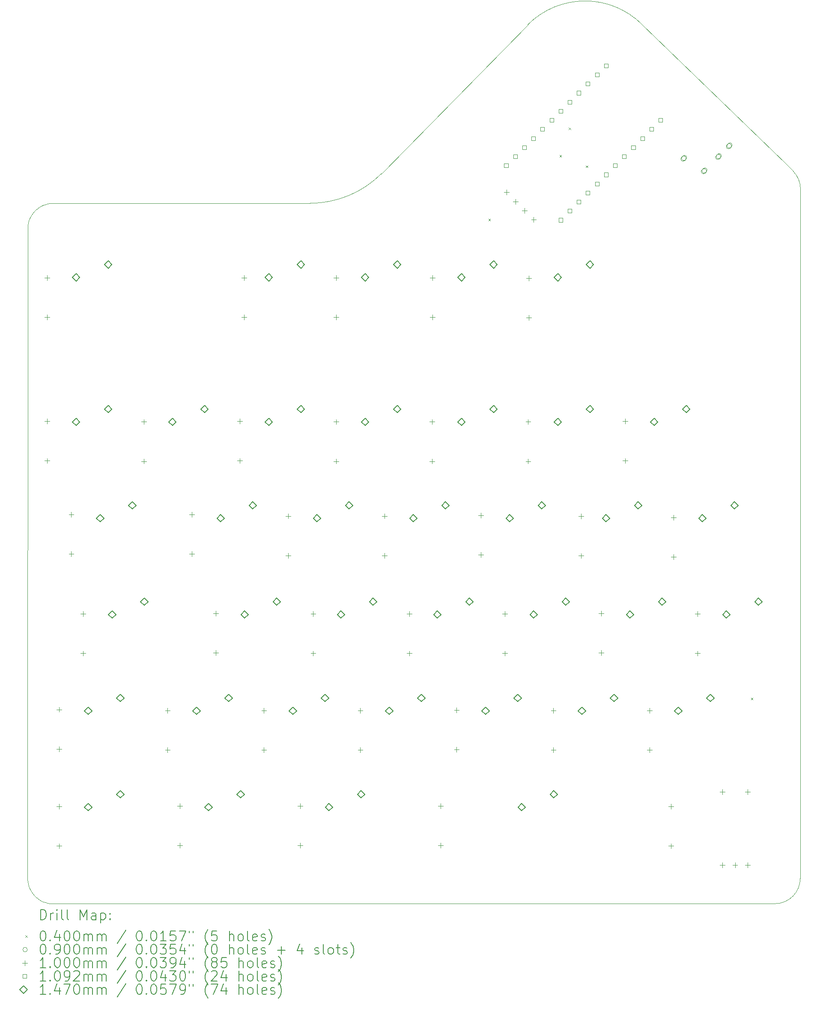
<source format=gbr>
%TF.GenerationSoftware,KiCad,Pcbnew,7.0.9-1.fc39*%
%TF.CreationDate,2024-01-02T19:24:07+02:00*%
%TF.ProjectId,SplitHsideLeft3,53706c69-7448-4736-9964-654c65667433,rev?*%
%TF.SameCoordinates,Original*%
%TF.FileFunction,Drillmap*%
%TF.FilePolarity,Positive*%
%FSLAX45Y45*%
G04 Gerber Fmt 4.5, Leading zero omitted, Abs format (unit mm)*
G04 Created by KiCad (PCBNEW 7.0.9-1.fc39) date 2024-01-02 19:24:07*
%MOMM*%
%LPD*%
G01*
G04 APERTURE LIST*
%ADD10C,0.100000*%
%ADD11C,0.050000*%
%ADD12C,0.200000*%
%ADD13C,0.109220*%
%ADD14C,0.147000*%
G04 APERTURE END LIST*
D10*
X7102075Y-19268309D02*
X7144228Y-19279604D01*
X7146728Y-5448270D02*
X7104575Y-5459565D01*
X6808781Y-19022206D02*
X6830601Y-19060000D01*
X6792838Y-5745219D02*
X6777912Y-5786228D01*
X6947973Y-19188088D02*
X6983721Y-19213120D01*
X6752736Y-18813041D02*
X6756539Y-18856515D01*
X6811281Y-5705668D02*
X6792838Y-5745219D01*
X6790338Y-18982655D02*
X6808781Y-19022206D01*
X22034500Y-5689600D02*
X22032500Y-5951974D01*
X6775412Y-18941646D02*
X6790338Y-18982655D01*
D11*
X18906468Y-1904083D02*
G75*
G03*
X16643727Y-1904083I-1131371J-1131371D01*
G01*
D10*
X22034500Y-5524500D02*
X22034500Y-5321371D01*
X6886184Y-5598695D02*
X6858132Y-5632126D01*
X6752500Y-18791221D02*
X6752736Y-18813041D01*
X6986221Y-5514755D02*
X6950473Y-5539786D01*
X18906468Y-1904083D02*
X21740930Y-4650000D01*
X6756539Y-18856515D02*
X6764117Y-18899493D01*
X6917042Y-5567837D02*
X6886184Y-5598695D01*
X7187205Y-19287182D02*
X7230680Y-19290985D01*
X7061066Y-19253383D02*
X7102075Y-19268309D01*
X7255000Y-5436653D02*
X7233180Y-5436889D01*
X22034504Y-5154654D02*
G75*
G03*
X21892665Y-4805774I-500004J-6D01*
G01*
X22032500Y-7611068D02*
X22032500Y-5951974D01*
X21530000Y-19291220D02*
G75*
G03*
X22030000Y-18791221I0J500000D01*
G01*
X7230680Y-19290985D02*
X7252500Y-19291221D01*
X7024015Y-5492934D02*
X6986221Y-5514755D01*
X7233180Y-5436889D02*
X7189705Y-5440692D01*
X22034500Y-5524500D02*
X22034500Y-5689600D01*
X7144228Y-19279604D02*
X7187205Y-19287182D01*
X12334633Y-5437242D02*
G75*
G03*
X13748847Y-4851456I-8J2000020D01*
G01*
X6883684Y-19129179D02*
X6914542Y-19160037D01*
X7189705Y-5440692D02*
X7146728Y-5448270D01*
X7252500Y-19291221D02*
X19530000Y-19291221D01*
X6833101Y-5667874D02*
X6811281Y-5705668D01*
X6759039Y-5871359D02*
X6755236Y-5914833D01*
X6755236Y-5914833D02*
X6752500Y-18791221D01*
X7104575Y-5459565D02*
X7063566Y-5474491D01*
X6855632Y-19095748D02*
X6883684Y-19129179D01*
X6858132Y-5632126D02*
X6833101Y-5667874D01*
X7063566Y-5474491D02*
X7024015Y-5492934D01*
X7021515Y-19234940D02*
X7061066Y-19253383D01*
X22034500Y-5321371D02*
X22034500Y-5154654D01*
X6830601Y-19060000D02*
X6855632Y-19095748D01*
X6914542Y-19160037D02*
X6947973Y-19188088D01*
X6766617Y-5828381D02*
X6759039Y-5871359D01*
X6777912Y-5786228D02*
X6766617Y-5828381D01*
X22030000Y-18791221D02*
X22032500Y-17010000D01*
X6983721Y-19213120D02*
X7021515Y-19234940D01*
X19530000Y-19291221D02*
X21530000Y-19291221D01*
X16643727Y-1904083D02*
X13748847Y-4851456D01*
X6950473Y-5539786D02*
X6917042Y-5567837D01*
X12334633Y-5437242D02*
X7255000Y-5436653D01*
X6764117Y-18899493D02*
X6775412Y-18941646D01*
X22032500Y-17010000D02*
X22032500Y-7611068D01*
X21892665Y-4805774D02*
X21740930Y-4650000D01*
D12*
D10*
X15864950Y-5746595D02*
X15904950Y-5786595D01*
X15904950Y-5746595D02*
X15864950Y-5786595D01*
X17270000Y-4481579D02*
X17310000Y-4521579D01*
X17310000Y-4481579D02*
X17270000Y-4521579D01*
X17451851Y-3938149D02*
X17491851Y-3978149D01*
X17491851Y-3938149D02*
X17451851Y-3978149D01*
X17790000Y-4690000D02*
X17830000Y-4730000D01*
X17830000Y-4690000D02*
X17790000Y-4730000D01*
X21055000Y-15220970D02*
X21095000Y-15260970D01*
X21095000Y-15220970D02*
X21055000Y-15260970D01*
X19771974Y-4547487D02*
G75*
G03*
X19771974Y-4547487I-45000J0D01*
G01*
X19709297Y-4501526D02*
X19681013Y-4529810D01*
X19681013Y-4529810D02*
G75*
G03*
X19744652Y-4593449I31820J-31820D01*
G01*
X19744652Y-4593449D02*
X19772936Y-4565165D01*
X19772936Y-4565165D02*
G75*
G03*
X19709297Y-4501526I-31820J31820D01*
G01*
X20175025Y-4794975D02*
G75*
G03*
X20175025Y-4794975I-45000J0D01*
G01*
X20112348Y-4749013D02*
X20084063Y-4777297D01*
X20084063Y-4777297D02*
G75*
G03*
X20147703Y-4840937I31820J-31820D01*
G01*
X20147703Y-4840937D02*
X20175987Y-4812653D01*
X20175987Y-4812653D02*
G75*
G03*
X20112348Y-4749013I-31820J31820D01*
G01*
X20457868Y-4512132D02*
G75*
G03*
X20457868Y-4512132I-45000J0D01*
G01*
X20395190Y-4466170D02*
X20366906Y-4494454D01*
X20366906Y-4494454D02*
G75*
G03*
X20430546Y-4558094I31820J-31820D01*
G01*
X20430546Y-4558094D02*
X20458830Y-4529810D01*
X20458830Y-4529810D02*
G75*
G03*
X20395190Y-4466170I-31820J31820D01*
G01*
X20670000Y-4300000D02*
G75*
G03*
X20670000Y-4300000I-45000J0D01*
G01*
X20607322Y-4254038D02*
X20579038Y-4282322D01*
X20579038Y-4282322D02*
G75*
G03*
X20642678Y-4345962I31820J-31820D01*
G01*
X20642678Y-4345962D02*
X20670962Y-4317678D01*
X20670962Y-4317678D02*
G75*
G03*
X20607322Y-4254038I-31820J31820D01*
G01*
X7140279Y-6860000D02*
X7140279Y-6960000D01*
X7090279Y-6910000D02*
X7190279Y-6910000D01*
X7140279Y-7640000D02*
X7140279Y-7740000D01*
X7090279Y-7690000D02*
X7190279Y-7690000D01*
X7140279Y-9700000D02*
X7140279Y-9800000D01*
X7090279Y-9750000D02*
X7190279Y-9750000D01*
X7140279Y-10480000D02*
X7140279Y-10580000D01*
X7090279Y-10530000D02*
X7190279Y-10530000D01*
X7378405Y-15400000D02*
X7378405Y-15500000D01*
X7328405Y-15450000D02*
X7428405Y-15450000D01*
X7378405Y-16180000D02*
X7378405Y-16280000D01*
X7328405Y-16230000D02*
X7428405Y-16230000D01*
X7378405Y-17320000D02*
X7378405Y-17420000D01*
X7328405Y-17370000D02*
X7428405Y-17370000D01*
X7378405Y-18100000D02*
X7378405Y-18200000D01*
X7328405Y-18150000D02*
X7428405Y-18150000D01*
X7616531Y-11540175D02*
X7616531Y-11640175D01*
X7566531Y-11590175D02*
X7666531Y-11590175D01*
X7616531Y-12320175D02*
X7616531Y-12420175D01*
X7566531Y-12370175D02*
X7666531Y-12370175D01*
X7850000Y-13510000D02*
X7850000Y-13610000D01*
X7800000Y-13560000D02*
X7900000Y-13560000D01*
X7850000Y-14290000D02*
X7850000Y-14390000D01*
X7800000Y-14340000D02*
X7900000Y-14340000D01*
X9050000Y-9710000D02*
X9050000Y-9810000D01*
X9000000Y-9760000D02*
X9100000Y-9760000D01*
X9050000Y-10490000D02*
X9050000Y-10590000D01*
X9000000Y-10540000D02*
X9100000Y-10540000D01*
X9521539Y-15420000D02*
X9521539Y-15520000D01*
X9471539Y-15470000D02*
X9571539Y-15470000D01*
X9521539Y-16200000D02*
X9521539Y-16300000D01*
X9471539Y-16250000D02*
X9571539Y-16250000D01*
X9759665Y-17310000D02*
X9759665Y-17410000D01*
X9709665Y-17360000D02*
X9809665Y-17360000D01*
X9759665Y-18090000D02*
X9759665Y-18190000D01*
X9709665Y-18140000D02*
X9809665Y-18140000D01*
X9997791Y-11540175D02*
X9997791Y-11640175D01*
X9947791Y-11590175D02*
X10047791Y-11590175D01*
X9997791Y-12320175D02*
X9997791Y-12420175D01*
X9947791Y-12370175D02*
X10047791Y-12370175D01*
X10474043Y-13500000D02*
X10474043Y-13600000D01*
X10424043Y-13550000D02*
X10524043Y-13550000D01*
X10474043Y-14280000D02*
X10474043Y-14380000D01*
X10424043Y-14330000D02*
X10524043Y-14330000D01*
X10950295Y-9700000D02*
X10950295Y-9800000D01*
X10900295Y-9750000D02*
X11000295Y-9750000D01*
X10950295Y-10480000D02*
X10950295Y-10580000D01*
X10900295Y-10530000D02*
X11000295Y-10530000D01*
X11029646Y-6860000D02*
X11029646Y-6960000D01*
X10979646Y-6910000D02*
X11079646Y-6910000D01*
X11029646Y-7640000D02*
X11029646Y-7740000D01*
X10979646Y-7690000D02*
X11079646Y-7690000D01*
X11426547Y-15420000D02*
X11426547Y-15520000D01*
X11376547Y-15470000D02*
X11476547Y-15470000D01*
X11426547Y-16200000D02*
X11426547Y-16300000D01*
X11376547Y-16250000D02*
X11476547Y-16250000D01*
X11902799Y-11572986D02*
X11902799Y-11672986D01*
X11852799Y-11622986D02*
X11952799Y-11622986D01*
X11902799Y-12352986D02*
X11902799Y-12452986D01*
X11852799Y-12402986D02*
X11952799Y-12402986D01*
X12140925Y-17310000D02*
X12140925Y-17410000D01*
X12090925Y-17360000D02*
X12190925Y-17360000D01*
X12140925Y-18090000D02*
X12140925Y-18190000D01*
X12090925Y-18140000D02*
X12190925Y-18140000D01*
X12400000Y-13510000D02*
X12400000Y-13610000D01*
X12350000Y-13560000D02*
X12450000Y-13560000D01*
X12400000Y-14290000D02*
X12400000Y-14390000D01*
X12350000Y-14340000D02*
X12450000Y-14340000D01*
X12850000Y-6860000D02*
X12850000Y-6960000D01*
X12800000Y-6910000D02*
X12900000Y-6910000D01*
X12850000Y-7640000D02*
X12850000Y-7740000D01*
X12800000Y-7690000D02*
X12900000Y-7690000D01*
X12855303Y-9710000D02*
X12855303Y-9810000D01*
X12805303Y-9760000D02*
X12905303Y-9760000D01*
X12855303Y-10490000D02*
X12855303Y-10590000D01*
X12805303Y-10540000D02*
X12905303Y-10540000D01*
X13331555Y-15420000D02*
X13331555Y-15520000D01*
X13281555Y-15470000D02*
X13381555Y-15470000D01*
X13331555Y-16200000D02*
X13331555Y-16300000D01*
X13281555Y-16250000D02*
X13381555Y-16250000D01*
X13807807Y-11572986D02*
X13807807Y-11672986D01*
X13757807Y-11622986D02*
X13857807Y-11622986D01*
X13807807Y-12352986D02*
X13807807Y-12452986D01*
X13757807Y-12402986D02*
X13857807Y-12402986D01*
X14300000Y-13510000D02*
X14300000Y-13610000D01*
X14250000Y-13560000D02*
X14350000Y-13560000D01*
X14300000Y-14290000D02*
X14300000Y-14390000D01*
X14250000Y-14340000D02*
X14350000Y-14340000D01*
X14750000Y-9710000D02*
X14750000Y-9810000D01*
X14700000Y-9760000D02*
X14800000Y-9760000D01*
X14750000Y-10490000D02*
X14750000Y-10590000D01*
X14700000Y-10540000D02*
X14800000Y-10540000D01*
X14760271Y-6860000D02*
X14760271Y-6960000D01*
X14710271Y-6910000D02*
X14810271Y-6910000D01*
X14760271Y-7640000D02*
X14760271Y-7740000D01*
X14710271Y-7690000D02*
X14810271Y-7690000D01*
X14922500Y-17310000D02*
X14922500Y-17410000D01*
X14872500Y-17360000D02*
X14972500Y-17360000D01*
X14922500Y-18090000D02*
X14922500Y-18190000D01*
X14872500Y-18140000D02*
X14972500Y-18140000D01*
X15236521Y-15410000D02*
X15236521Y-15510000D01*
X15186521Y-15460000D02*
X15286521Y-15460000D01*
X15236521Y-16190000D02*
X15236521Y-16290000D01*
X15186521Y-16240000D02*
X15286521Y-16240000D01*
X15712771Y-11561080D02*
X15712771Y-11661080D01*
X15662771Y-11611080D02*
X15762771Y-11611080D01*
X15712771Y-12341080D02*
X15712771Y-12441080D01*
X15662771Y-12391080D02*
X15762771Y-12391080D01*
X16189021Y-13510000D02*
X16189021Y-13610000D01*
X16139021Y-13560000D02*
X16239021Y-13560000D01*
X16189021Y-14290000D02*
X16189021Y-14390000D01*
X16139021Y-14340000D02*
X16239021Y-14340000D01*
X16221185Y-5171185D02*
X16221185Y-5271185D01*
X16171185Y-5221185D02*
X16271185Y-5221185D01*
X16400790Y-5350790D02*
X16400790Y-5450790D01*
X16350790Y-5400790D02*
X16450790Y-5400790D01*
X16580395Y-5530395D02*
X16580395Y-5630395D01*
X16530395Y-5580395D02*
X16630395Y-5580395D01*
X16650000Y-9710000D02*
X16650000Y-9810000D01*
X16600000Y-9760000D02*
X16700000Y-9760000D01*
X16650000Y-10490000D02*
X16650000Y-10590000D01*
X16600000Y-10540000D02*
X16700000Y-10540000D01*
X16665271Y-6870000D02*
X16665271Y-6970000D01*
X16615271Y-6920000D02*
X16715271Y-6920000D01*
X16665271Y-7650000D02*
X16665271Y-7750000D01*
X16615271Y-7700000D02*
X16715271Y-7700000D01*
X16760000Y-5710000D02*
X16760000Y-5810000D01*
X16710000Y-5760000D02*
X16810000Y-5760000D01*
X17150000Y-15420000D02*
X17150000Y-15520000D01*
X17100000Y-15470000D02*
X17200000Y-15470000D01*
X17150000Y-16200000D02*
X17150000Y-16300000D01*
X17100000Y-16250000D02*
X17200000Y-16250000D01*
X17697146Y-11579830D02*
X17697146Y-11679830D01*
X17647146Y-11629830D02*
X17747146Y-11629830D01*
X17697146Y-12359830D02*
X17697146Y-12459830D01*
X17647146Y-12409830D02*
X17747146Y-12409830D01*
X18094021Y-13500000D02*
X18094021Y-13600000D01*
X18044021Y-13550000D02*
X18144021Y-13550000D01*
X18094021Y-14280000D02*
X18094021Y-14380000D01*
X18044021Y-14330000D02*
X18144021Y-14330000D01*
X18570271Y-9700000D02*
X18570271Y-9800000D01*
X18520271Y-9750000D02*
X18620271Y-9750000D01*
X18570271Y-10480000D02*
X18570271Y-10580000D01*
X18520271Y-10530000D02*
X18620271Y-10530000D01*
X19050000Y-15420000D02*
X19050000Y-15520000D01*
X19000000Y-15470000D02*
X19100000Y-15470000D01*
X19050000Y-16200000D02*
X19050000Y-16300000D01*
X19000000Y-16250000D02*
X19100000Y-16250000D01*
X19475000Y-17320000D02*
X19475000Y-17420000D01*
X19425000Y-17370000D02*
X19525000Y-17370000D01*
X19475000Y-18100000D02*
X19475000Y-18200000D01*
X19425000Y-18150000D02*
X19525000Y-18150000D01*
X19522771Y-11600000D02*
X19522771Y-11700000D01*
X19472771Y-11650000D02*
X19572771Y-11650000D01*
X19522771Y-12380000D02*
X19522771Y-12480000D01*
X19472771Y-12430000D02*
X19572771Y-12430000D01*
X19999021Y-13510000D02*
X19999021Y-13610000D01*
X19949021Y-13560000D02*
X20049021Y-13560000D01*
X19999021Y-14290000D02*
X19999021Y-14390000D01*
X19949021Y-14340000D02*
X20049021Y-14340000D01*
X20490000Y-17030000D02*
X20490000Y-17130000D01*
X20440000Y-17080000D02*
X20540000Y-17080000D01*
X20490000Y-18480000D02*
X20490000Y-18580000D01*
X20440000Y-18530000D02*
X20540000Y-18530000D01*
X20740000Y-18480000D02*
X20740000Y-18580000D01*
X20690000Y-18530000D02*
X20790000Y-18530000D01*
X20990000Y-17030000D02*
X20990000Y-17130000D01*
X20940000Y-17080000D02*
X21040000Y-17080000D01*
X20990000Y-18480000D02*
X20990000Y-18580000D01*
X20940000Y-18530000D02*
X21040000Y-18530000D01*
D13*
X16253230Y-4729620D02*
X16253230Y-4652389D01*
X16175999Y-4652389D01*
X16175999Y-4729620D01*
X16253230Y-4729620D01*
X16432835Y-4550015D02*
X16432835Y-4472784D01*
X16355604Y-4472784D01*
X16355604Y-4550015D01*
X16432835Y-4550015D01*
X16612440Y-4370410D02*
X16612440Y-4293179D01*
X16535209Y-4293179D01*
X16535209Y-4370410D01*
X16612440Y-4370410D01*
X16792046Y-4190805D02*
X16792046Y-4113574D01*
X16714814Y-4113574D01*
X16714814Y-4190805D01*
X16792046Y-4190805D01*
X16971651Y-4011200D02*
X16971651Y-3933969D01*
X16894420Y-3933969D01*
X16894420Y-4011200D01*
X16971651Y-4011200D01*
X17151256Y-3831595D02*
X17151256Y-3754364D01*
X17074025Y-3754364D01*
X17074025Y-3831595D01*
X17151256Y-3831595D01*
X17330861Y-3651990D02*
X17330861Y-3574759D01*
X17253630Y-3574759D01*
X17253630Y-3651990D01*
X17330861Y-3651990D01*
X17330861Y-5807251D02*
X17330861Y-5730020D01*
X17253630Y-5730020D01*
X17253630Y-5807251D01*
X17330861Y-5807251D01*
X17510466Y-3472384D02*
X17510466Y-3395153D01*
X17433235Y-3395153D01*
X17433235Y-3472384D01*
X17510466Y-3472384D01*
X17510466Y-5627646D02*
X17510466Y-5550415D01*
X17433235Y-5550415D01*
X17433235Y-5627646D01*
X17510466Y-5627646D01*
X17690071Y-3292779D02*
X17690071Y-3215548D01*
X17612840Y-3215548D01*
X17612840Y-3292779D01*
X17690071Y-3292779D01*
X17690071Y-5448041D02*
X17690071Y-5370810D01*
X17612840Y-5370810D01*
X17612840Y-5448041D01*
X17690071Y-5448041D01*
X17869676Y-3113174D02*
X17869676Y-3035943D01*
X17792445Y-3035943D01*
X17792445Y-3113174D01*
X17869676Y-3113174D01*
X17869676Y-5268436D02*
X17869676Y-5191205D01*
X17792445Y-5191205D01*
X17792445Y-5268436D01*
X17869676Y-5268436D01*
X18049281Y-2933569D02*
X18049281Y-2856338D01*
X17972050Y-2856338D01*
X17972050Y-2933569D01*
X18049281Y-2933569D01*
X18049281Y-5088831D02*
X18049281Y-5011600D01*
X17972050Y-5011600D01*
X17972050Y-5088831D01*
X18049281Y-5088831D01*
X18228887Y-2753964D02*
X18228887Y-2676733D01*
X18151656Y-2676733D01*
X18151656Y-2753964D01*
X18228887Y-2753964D01*
X18228887Y-4909225D02*
X18228887Y-4831994D01*
X18151656Y-4831994D01*
X18151656Y-4909225D01*
X18228887Y-4909225D01*
X18408492Y-4729620D02*
X18408492Y-4652389D01*
X18331261Y-4652389D01*
X18331261Y-4729620D01*
X18408492Y-4729620D01*
X18588097Y-4550015D02*
X18588097Y-4472784D01*
X18510866Y-4472784D01*
X18510866Y-4550015D01*
X18588097Y-4550015D01*
X18767702Y-4370410D02*
X18767702Y-4293179D01*
X18690471Y-4293179D01*
X18690471Y-4370410D01*
X18767702Y-4370410D01*
X18947307Y-4190805D02*
X18947307Y-4113574D01*
X18870076Y-4113574D01*
X18870076Y-4190805D01*
X18947307Y-4190805D01*
X19126912Y-4011200D02*
X19126912Y-3933969D01*
X19049681Y-3933969D01*
X19049681Y-4011200D01*
X19126912Y-4011200D01*
X19306517Y-3831595D02*
X19306517Y-3754364D01*
X19229286Y-3754364D01*
X19229286Y-3831595D01*
X19306517Y-3831595D01*
D14*
X7711783Y-6977622D02*
X7785283Y-6904122D01*
X7711783Y-6830622D01*
X7638283Y-6904122D01*
X7711783Y-6977622D01*
X7711783Y-9835134D02*
X7785283Y-9761634D01*
X7711783Y-9688134D01*
X7638283Y-9761634D01*
X7711783Y-9835134D01*
X7949909Y-15550158D02*
X8023409Y-15476658D01*
X7949909Y-15403158D01*
X7876409Y-15476658D01*
X7949909Y-15550158D01*
X7949909Y-17455166D02*
X8023409Y-17381666D01*
X7949909Y-17308166D01*
X7876409Y-17381666D01*
X7949909Y-17455166D01*
X8188035Y-11740142D02*
X8261535Y-11666642D01*
X8188035Y-11593142D01*
X8114535Y-11666642D01*
X8188035Y-11740142D01*
X8346783Y-6723622D02*
X8420283Y-6650122D01*
X8346783Y-6576622D01*
X8273283Y-6650122D01*
X8346783Y-6723622D01*
X8346783Y-9581134D02*
X8420283Y-9507634D01*
X8346783Y-9434134D01*
X8273283Y-9507634D01*
X8346783Y-9581134D01*
X8426161Y-13645150D02*
X8499661Y-13571650D01*
X8426161Y-13498150D01*
X8352661Y-13571650D01*
X8426161Y-13645150D01*
X8584909Y-15296158D02*
X8658409Y-15222658D01*
X8584909Y-15149158D01*
X8511409Y-15222658D01*
X8584909Y-15296158D01*
X8584909Y-17201166D02*
X8658409Y-17127666D01*
X8584909Y-17054166D01*
X8511409Y-17127666D01*
X8584909Y-17201166D01*
X8823035Y-11486142D02*
X8896535Y-11412642D01*
X8823035Y-11339142D01*
X8749535Y-11412642D01*
X8823035Y-11486142D01*
X9061161Y-13391150D02*
X9134661Y-13317650D01*
X9061161Y-13244150D01*
X8987661Y-13317650D01*
X9061161Y-13391150D01*
X9616791Y-9835134D02*
X9690291Y-9761634D01*
X9616791Y-9688134D01*
X9543291Y-9761634D01*
X9616791Y-9835134D01*
X10093043Y-15550158D02*
X10166543Y-15476658D01*
X10093043Y-15403158D01*
X10019543Y-15476658D01*
X10093043Y-15550158D01*
X10251791Y-9581134D02*
X10325291Y-9507634D01*
X10251791Y-9434134D01*
X10178291Y-9507634D01*
X10251791Y-9581134D01*
X10331169Y-17455166D02*
X10404669Y-17381666D01*
X10331169Y-17308166D01*
X10257669Y-17381666D01*
X10331169Y-17455166D01*
X10569295Y-11740142D02*
X10642795Y-11666642D01*
X10569295Y-11593142D01*
X10495795Y-11666642D01*
X10569295Y-11740142D01*
X10728043Y-15296158D02*
X10801543Y-15222658D01*
X10728043Y-15149158D01*
X10654543Y-15222658D01*
X10728043Y-15296158D01*
X10966169Y-17201166D02*
X11039669Y-17127666D01*
X10966169Y-17054166D01*
X10892669Y-17127666D01*
X10966169Y-17201166D01*
X11045547Y-13645150D02*
X11119047Y-13571650D01*
X11045547Y-13498150D01*
X10972047Y-13571650D01*
X11045547Y-13645150D01*
X11204295Y-11486142D02*
X11277795Y-11412642D01*
X11204295Y-11339142D01*
X11130795Y-11412642D01*
X11204295Y-11486142D01*
X11521771Y-6977610D02*
X11595271Y-6904110D01*
X11521771Y-6830610D01*
X11448271Y-6904110D01*
X11521771Y-6977610D01*
X11521799Y-9835134D02*
X11595299Y-9761634D01*
X11521799Y-9688134D01*
X11448299Y-9761634D01*
X11521799Y-9835134D01*
X11680547Y-13391150D02*
X11754047Y-13317650D01*
X11680547Y-13244150D01*
X11607047Y-13317650D01*
X11680547Y-13391150D01*
X11998051Y-15550158D02*
X12071551Y-15476658D01*
X11998051Y-15403158D01*
X11924551Y-15476658D01*
X11998051Y-15550158D01*
X12156771Y-6723610D02*
X12230271Y-6650110D01*
X12156771Y-6576610D01*
X12083271Y-6650110D01*
X12156771Y-6723610D01*
X12156799Y-9581134D02*
X12230299Y-9507634D01*
X12156799Y-9434134D01*
X12083299Y-9507634D01*
X12156799Y-9581134D01*
X12474303Y-11740142D02*
X12547803Y-11666642D01*
X12474303Y-11593142D01*
X12400803Y-11666642D01*
X12474303Y-11740142D01*
X12633051Y-15296158D02*
X12706551Y-15222658D01*
X12633051Y-15149158D01*
X12559551Y-15222658D01*
X12633051Y-15296158D01*
X12712429Y-17455166D02*
X12785929Y-17381666D01*
X12712429Y-17308166D01*
X12638929Y-17381666D01*
X12712429Y-17455166D01*
X12950555Y-13645150D02*
X13024055Y-13571650D01*
X12950555Y-13498150D01*
X12877055Y-13571650D01*
X12950555Y-13645150D01*
X13109303Y-11486142D02*
X13182803Y-11412642D01*
X13109303Y-11339142D01*
X13035803Y-11412642D01*
X13109303Y-11486142D01*
X13347429Y-17201166D02*
X13420929Y-17127666D01*
X13347429Y-17054166D01*
X13273929Y-17127666D01*
X13347429Y-17201166D01*
X13426771Y-6977622D02*
X13500271Y-6904122D01*
X13426771Y-6830622D01*
X13353271Y-6904122D01*
X13426771Y-6977622D01*
X13426807Y-9835134D02*
X13500307Y-9761634D01*
X13426807Y-9688134D01*
X13353307Y-9761634D01*
X13426807Y-9835134D01*
X13585555Y-13391150D02*
X13659055Y-13317650D01*
X13585555Y-13244150D01*
X13512055Y-13317650D01*
X13585555Y-13391150D01*
X13903059Y-15550158D02*
X13976559Y-15476658D01*
X13903059Y-15403158D01*
X13829559Y-15476658D01*
X13903059Y-15550158D01*
X14061771Y-6723622D02*
X14135271Y-6650122D01*
X14061771Y-6576622D01*
X13988271Y-6650122D01*
X14061771Y-6723622D01*
X14061807Y-9581134D02*
X14135307Y-9507634D01*
X14061807Y-9434134D01*
X13988307Y-9507634D01*
X14061807Y-9581134D01*
X14379311Y-11740142D02*
X14452811Y-11666642D01*
X14379311Y-11593142D01*
X14305811Y-11666642D01*
X14379311Y-11740142D01*
X14538059Y-15296158D02*
X14611559Y-15222658D01*
X14538059Y-15149158D01*
X14464559Y-15222658D01*
X14538059Y-15296158D01*
X14855563Y-13645150D02*
X14929063Y-13571650D01*
X14855563Y-13498150D01*
X14782063Y-13571650D01*
X14855563Y-13645150D01*
X15014311Y-11486142D02*
X15087811Y-11412642D01*
X15014311Y-11339142D01*
X14940811Y-11412642D01*
X15014311Y-11486142D01*
X15331771Y-9835110D02*
X15405271Y-9761610D01*
X15331771Y-9688110D01*
X15258271Y-9761610D01*
X15331771Y-9835110D01*
X15331807Y-6977622D02*
X15405307Y-6904122D01*
X15331807Y-6830622D01*
X15258307Y-6904122D01*
X15331807Y-6977622D01*
X15490563Y-13391150D02*
X15564063Y-13317650D01*
X15490563Y-13244150D01*
X15417063Y-13317650D01*
X15490563Y-13391150D01*
X15808021Y-15550110D02*
X15881521Y-15476610D01*
X15808021Y-15403110D01*
X15734521Y-15476610D01*
X15808021Y-15550110D01*
X15966771Y-9581110D02*
X16040271Y-9507610D01*
X15966771Y-9434110D01*
X15893271Y-9507610D01*
X15966771Y-9581110D01*
X15966807Y-6723622D02*
X16040307Y-6650122D01*
X15966807Y-6576622D01*
X15893307Y-6650122D01*
X15966807Y-6723622D01*
X16284271Y-11740110D02*
X16357771Y-11666610D01*
X16284271Y-11593110D01*
X16210771Y-11666610D01*
X16284271Y-11740110D01*
X16443021Y-15296110D02*
X16516521Y-15222610D01*
X16443021Y-15149110D01*
X16369521Y-15222610D01*
X16443021Y-15296110D01*
X16522396Y-17455110D02*
X16595896Y-17381610D01*
X16522396Y-17308110D01*
X16448896Y-17381610D01*
X16522396Y-17455110D01*
X16760521Y-13645110D02*
X16834021Y-13571610D01*
X16760521Y-13498110D01*
X16687021Y-13571610D01*
X16760521Y-13645110D01*
X16919271Y-11486110D02*
X16992771Y-11412610D01*
X16919271Y-11339110D01*
X16845771Y-11412610D01*
X16919271Y-11486110D01*
X17157396Y-17201110D02*
X17230896Y-17127610D01*
X17157396Y-17054110D01*
X17083896Y-17127610D01*
X17157396Y-17201110D01*
X17236771Y-6977622D02*
X17310271Y-6904122D01*
X17236771Y-6830622D01*
X17163271Y-6904122D01*
X17236771Y-6977622D01*
X17236771Y-9835110D02*
X17310271Y-9761610D01*
X17236771Y-9688110D01*
X17163271Y-9761610D01*
X17236771Y-9835110D01*
X17395521Y-13391110D02*
X17469021Y-13317610D01*
X17395521Y-13244110D01*
X17322021Y-13317610D01*
X17395521Y-13391110D01*
X17713021Y-15550110D02*
X17786521Y-15476610D01*
X17713021Y-15403110D01*
X17639521Y-15476610D01*
X17713021Y-15550110D01*
X17871771Y-6723622D02*
X17945271Y-6650122D01*
X17871771Y-6576622D01*
X17798271Y-6650122D01*
X17871771Y-6723622D01*
X17871771Y-9581110D02*
X17945271Y-9507610D01*
X17871771Y-9434110D01*
X17798271Y-9507610D01*
X17871771Y-9581110D01*
X18189271Y-11740110D02*
X18262771Y-11666610D01*
X18189271Y-11593110D01*
X18115771Y-11666610D01*
X18189271Y-11740110D01*
X18348021Y-15296110D02*
X18421521Y-15222610D01*
X18348021Y-15149110D01*
X18274521Y-15222610D01*
X18348021Y-15296110D01*
X18665521Y-13645110D02*
X18739021Y-13571610D01*
X18665521Y-13498110D01*
X18592021Y-13571610D01*
X18665521Y-13645110D01*
X18824271Y-11486110D02*
X18897771Y-11412610D01*
X18824271Y-11339110D01*
X18750771Y-11412610D01*
X18824271Y-11486110D01*
X19141771Y-9835110D02*
X19215271Y-9761610D01*
X19141771Y-9688110D01*
X19068271Y-9761610D01*
X19141771Y-9835110D01*
X19300521Y-13391110D02*
X19374021Y-13317610D01*
X19300521Y-13244110D01*
X19227021Y-13317610D01*
X19300521Y-13391110D01*
X19618021Y-15550110D02*
X19691521Y-15476610D01*
X19618021Y-15403110D01*
X19544521Y-15476610D01*
X19618021Y-15550110D01*
X19776771Y-9581110D02*
X19850271Y-9507610D01*
X19776771Y-9434110D01*
X19703271Y-9507610D01*
X19776771Y-9581110D01*
X20094271Y-11740110D02*
X20167771Y-11666610D01*
X20094271Y-11593110D01*
X20020771Y-11666610D01*
X20094271Y-11740110D01*
X20253021Y-15296110D02*
X20326521Y-15222610D01*
X20253021Y-15149110D01*
X20179521Y-15222610D01*
X20253021Y-15296110D01*
X20570521Y-13645110D02*
X20644021Y-13571610D01*
X20570521Y-13498110D01*
X20497021Y-13571610D01*
X20570521Y-13645110D01*
X20729271Y-11486110D02*
X20802771Y-11412610D01*
X20729271Y-11339110D01*
X20655771Y-11412610D01*
X20729271Y-11486110D01*
X21205521Y-13391110D02*
X21279021Y-13317610D01*
X21205521Y-13244110D01*
X21132021Y-13317610D01*
X21205521Y-13391110D01*
D12*
X7008277Y-19607705D02*
X7008277Y-19407705D01*
X7008277Y-19407705D02*
X7055896Y-19407705D01*
X7055896Y-19407705D02*
X7084467Y-19417229D01*
X7084467Y-19417229D02*
X7103515Y-19436276D01*
X7103515Y-19436276D02*
X7113039Y-19455324D01*
X7113039Y-19455324D02*
X7122562Y-19493419D01*
X7122562Y-19493419D02*
X7122562Y-19521990D01*
X7122562Y-19521990D02*
X7113039Y-19560086D01*
X7113039Y-19560086D02*
X7103515Y-19579133D01*
X7103515Y-19579133D02*
X7084467Y-19598181D01*
X7084467Y-19598181D02*
X7055896Y-19607705D01*
X7055896Y-19607705D02*
X7008277Y-19607705D01*
X7208277Y-19607705D02*
X7208277Y-19474371D01*
X7208277Y-19512467D02*
X7217801Y-19493419D01*
X7217801Y-19493419D02*
X7227324Y-19483895D01*
X7227324Y-19483895D02*
X7246372Y-19474371D01*
X7246372Y-19474371D02*
X7265420Y-19474371D01*
X7332086Y-19607705D02*
X7332086Y-19474371D01*
X7332086Y-19407705D02*
X7322562Y-19417229D01*
X7322562Y-19417229D02*
X7332086Y-19426752D01*
X7332086Y-19426752D02*
X7341610Y-19417229D01*
X7341610Y-19417229D02*
X7332086Y-19407705D01*
X7332086Y-19407705D02*
X7332086Y-19426752D01*
X7455896Y-19607705D02*
X7436848Y-19598181D01*
X7436848Y-19598181D02*
X7427324Y-19579133D01*
X7427324Y-19579133D02*
X7427324Y-19407705D01*
X7560658Y-19607705D02*
X7541610Y-19598181D01*
X7541610Y-19598181D02*
X7532086Y-19579133D01*
X7532086Y-19579133D02*
X7532086Y-19407705D01*
X7789229Y-19607705D02*
X7789229Y-19407705D01*
X7789229Y-19407705D02*
X7855896Y-19550562D01*
X7855896Y-19550562D02*
X7922562Y-19407705D01*
X7922562Y-19407705D02*
X7922562Y-19607705D01*
X8103515Y-19607705D02*
X8103515Y-19502943D01*
X8103515Y-19502943D02*
X8093991Y-19483895D01*
X8093991Y-19483895D02*
X8074943Y-19474371D01*
X8074943Y-19474371D02*
X8036848Y-19474371D01*
X8036848Y-19474371D02*
X8017801Y-19483895D01*
X8103515Y-19598181D02*
X8084467Y-19607705D01*
X8084467Y-19607705D02*
X8036848Y-19607705D01*
X8036848Y-19607705D02*
X8017801Y-19598181D01*
X8017801Y-19598181D02*
X8008277Y-19579133D01*
X8008277Y-19579133D02*
X8008277Y-19560086D01*
X8008277Y-19560086D02*
X8017801Y-19541038D01*
X8017801Y-19541038D02*
X8036848Y-19531514D01*
X8036848Y-19531514D02*
X8084467Y-19531514D01*
X8084467Y-19531514D02*
X8103515Y-19521990D01*
X8198753Y-19474371D02*
X8198753Y-19674371D01*
X8198753Y-19483895D02*
X8217801Y-19474371D01*
X8217801Y-19474371D02*
X8255896Y-19474371D01*
X8255896Y-19474371D02*
X8274943Y-19483895D01*
X8274943Y-19483895D02*
X8284467Y-19493419D01*
X8284467Y-19493419D02*
X8293991Y-19512467D01*
X8293991Y-19512467D02*
X8293991Y-19569609D01*
X8293991Y-19569609D02*
X8284467Y-19588657D01*
X8284467Y-19588657D02*
X8274943Y-19598181D01*
X8274943Y-19598181D02*
X8255896Y-19607705D01*
X8255896Y-19607705D02*
X8217801Y-19607705D01*
X8217801Y-19607705D02*
X8198753Y-19598181D01*
X8379705Y-19588657D02*
X8389229Y-19598181D01*
X8389229Y-19598181D02*
X8379705Y-19607705D01*
X8379705Y-19607705D02*
X8370182Y-19598181D01*
X8370182Y-19598181D02*
X8379705Y-19588657D01*
X8379705Y-19588657D02*
X8379705Y-19607705D01*
X8379705Y-19483895D02*
X8389229Y-19493419D01*
X8389229Y-19493419D02*
X8379705Y-19502943D01*
X8379705Y-19502943D02*
X8370182Y-19493419D01*
X8370182Y-19493419D02*
X8379705Y-19483895D01*
X8379705Y-19483895D02*
X8379705Y-19502943D01*
D10*
X6707500Y-19916221D02*
X6747500Y-19956221D01*
X6747500Y-19916221D02*
X6707500Y-19956221D01*
D12*
X7046372Y-19827705D02*
X7065420Y-19827705D01*
X7065420Y-19827705D02*
X7084467Y-19837229D01*
X7084467Y-19837229D02*
X7093991Y-19846752D01*
X7093991Y-19846752D02*
X7103515Y-19865800D01*
X7103515Y-19865800D02*
X7113039Y-19903895D01*
X7113039Y-19903895D02*
X7113039Y-19951514D01*
X7113039Y-19951514D02*
X7103515Y-19989609D01*
X7103515Y-19989609D02*
X7093991Y-20008657D01*
X7093991Y-20008657D02*
X7084467Y-20018181D01*
X7084467Y-20018181D02*
X7065420Y-20027705D01*
X7065420Y-20027705D02*
X7046372Y-20027705D01*
X7046372Y-20027705D02*
X7027324Y-20018181D01*
X7027324Y-20018181D02*
X7017801Y-20008657D01*
X7017801Y-20008657D02*
X7008277Y-19989609D01*
X7008277Y-19989609D02*
X6998753Y-19951514D01*
X6998753Y-19951514D02*
X6998753Y-19903895D01*
X6998753Y-19903895D02*
X7008277Y-19865800D01*
X7008277Y-19865800D02*
X7017801Y-19846752D01*
X7017801Y-19846752D02*
X7027324Y-19837229D01*
X7027324Y-19837229D02*
X7046372Y-19827705D01*
X7198753Y-20008657D02*
X7208277Y-20018181D01*
X7208277Y-20018181D02*
X7198753Y-20027705D01*
X7198753Y-20027705D02*
X7189229Y-20018181D01*
X7189229Y-20018181D02*
X7198753Y-20008657D01*
X7198753Y-20008657D02*
X7198753Y-20027705D01*
X7379705Y-19894371D02*
X7379705Y-20027705D01*
X7332086Y-19818181D02*
X7284467Y-19961038D01*
X7284467Y-19961038D02*
X7408277Y-19961038D01*
X7522562Y-19827705D02*
X7541610Y-19827705D01*
X7541610Y-19827705D02*
X7560658Y-19837229D01*
X7560658Y-19837229D02*
X7570182Y-19846752D01*
X7570182Y-19846752D02*
X7579705Y-19865800D01*
X7579705Y-19865800D02*
X7589229Y-19903895D01*
X7589229Y-19903895D02*
X7589229Y-19951514D01*
X7589229Y-19951514D02*
X7579705Y-19989609D01*
X7579705Y-19989609D02*
X7570182Y-20008657D01*
X7570182Y-20008657D02*
X7560658Y-20018181D01*
X7560658Y-20018181D02*
X7541610Y-20027705D01*
X7541610Y-20027705D02*
X7522562Y-20027705D01*
X7522562Y-20027705D02*
X7503515Y-20018181D01*
X7503515Y-20018181D02*
X7493991Y-20008657D01*
X7493991Y-20008657D02*
X7484467Y-19989609D01*
X7484467Y-19989609D02*
X7474943Y-19951514D01*
X7474943Y-19951514D02*
X7474943Y-19903895D01*
X7474943Y-19903895D02*
X7484467Y-19865800D01*
X7484467Y-19865800D02*
X7493991Y-19846752D01*
X7493991Y-19846752D02*
X7503515Y-19837229D01*
X7503515Y-19837229D02*
X7522562Y-19827705D01*
X7713039Y-19827705D02*
X7732086Y-19827705D01*
X7732086Y-19827705D02*
X7751134Y-19837229D01*
X7751134Y-19837229D02*
X7760658Y-19846752D01*
X7760658Y-19846752D02*
X7770182Y-19865800D01*
X7770182Y-19865800D02*
X7779705Y-19903895D01*
X7779705Y-19903895D02*
X7779705Y-19951514D01*
X7779705Y-19951514D02*
X7770182Y-19989609D01*
X7770182Y-19989609D02*
X7760658Y-20008657D01*
X7760658Y-20008657D02*
X7751134Y-20018181D01*
X7751134Y-20018181D02*
X7732086Y-20027705D01*
X7732086Y-20027705D02*
X7713039Y-20027705D01*
X7713039Y-20027705D02*
X7693991Y-20018181D01*
X7693991Y-20018181D02*
X7684467Y-20008657D01*
X7684467Y-20008657D02*
X7674943Y-19989609D01*
X7674943Y-19989609D02*
X7665420Y-19951514D01*
X7665420Y-19951514D02*
X7665420Y-19903895D01*
X7665420Y-19903895D02*
X7674943Y-19865800D01*
X7674943Y-19865800D02*
X7684467Y-19846752D01*
X7684467Y-19846752D02*
X7693991Y-19837229D01*
X7693991Y-19837229D02*
X7713039Y-19827705D01*
X7865420Y-20027705D02*
X7865420Y-19894371D01*
X7865420Y-19913419D02*
X7874943Y-19903895D01*
X7874943Y-19903895D02*
X7893991Y-19894371D01*
X7893991Y-19894371D02*
X7922563Y-19894371D01*
X7922563Y-19894371D02*
X7941610Y-19903895D01*
X7941610Y-19903895D02*
X7951134Y-19922943D01*
X7951134Y-19922943D02*
X7951134Y-20027705D01*
X7951134Y-19922943D02*
X7960658Y-19903895D01*
X7960658Y-19903895D02*
X7979705Y-19894371D01*
X7979705Y-19894371D02*
X8008277Y-19894371D01*
X8008277Y-19894371D02*
X8027324Y-19903895D01*
X8027324Y-19903895D02*
X8036848Y-19922943D01*
X8036848Y-19922943D02*
X8036848Y-20027705D01*
X8132086Y-20027705D02*
X8132086Y-19894371D01*
X8132086Y-19913419D02*
X8141610Y-19903895D01*
X8141610Y-19903895D02*
X8160658Y-19894371D01*
X8160658Y-19894371D02*
X8189229Y-19894371D01*
X8189229Y-19894371D02*
X8208277Y-19903895D01*
X8208277Y-19903895D02*
X8217801Y-19922943D01*
X8217801Y-19922943D02*
X8217801Y-20027705D01*
X8217801Y-19922943D02*
X8227324Y-19903895D01*
X8227324Y-19903895D02*
X8246372Y-19894371D01*
X8246372Y-19894371D02*
X8274943Y-19894371D01*
X8274943Y-19894371D02*
X8293991Y-19903895D01*
X8293991Y-19903895D02*
X8303515Y-19922943D01*
X8303515Y-19922943D02*
X8303515Y-20027705D01*
X8693991Y-19818181D02*
X8522563Y-20075324D01*
X8951134Y-19827705D02*
X8970182Y-19827705D01*
X8970182Y-19827705D02*
X8989229Y-19837229D01*
X8989229Y-19837229D02*
X8998753Y-19846752D01*
X8998753Y-19846752D02*
X9008277Y-19865800D01*
X9008277Y-19865800D02*
X9017801Y-19903895D01*
X9017801Y-19903895D02*
X9017801Y-19951514D01*
X9017801Y-19951514D02*
X9008277Y-19989609D01*
X9008277Y-19989609D02*
X8998753Y-20008657D01*
X8998753Y-20008657D02*
X8989229Y-20018181D01*
X8989229Y-20018181D02*
X8970182Y-20027705D01*
X8970182Y-20027705D02*
X8951134Y-20027705D01*
X8951134Y-20027705D02*
X8932087Y-20018181D01*
X8932087Y-20018181D02*
X8922563Y-20008657D01*
X8922563Y-20008657D02*
X8913039Y-19989609D01*
X8913039Y-19989609D02*
X8903515Y-19951514D01*
X8903515Y-19951514D02*
X8903515Y-19903895D01*
X8903515Y-19903895D02*
X8913039Y-19865800D01*
X8913039Y-19865800D02*
X8922563Y-19846752D01*
X8922563Y-19846752D02*
X8932087Y-19837229D01*
X8932087Y-19837229D02*
X8951134Y-19827705D01*
X9103515Y-20008657D02*
X9113039Y-20018181D01*
X9113039Y-20018181D02*
X9103515Y-20027705D01*
X9103515Y-20027705D02*
X9093991Y-20018181D01*
X9093991Y-20018181D02*
X9103515Y-20008657D01*
X9103515Y-20008657D02*
X9103515Y-20027705D01*
X9236848Y-19827705D02*
X9255896Y-19827705D01*
X9255896Y-19827705D02*
X9274944Y-19837229D01*
X9274944Y-19837229D02*
X9284468Y-19846752D01*
X9284468Y-19846752D02*
X9293991Y-19865800D01*
X9293991Y-19865800D02*
X9303515Y-19903895D01*
X9303515Y-19903895D02*
X9303515Y-19951514D01*
X9303515Y-19951514D02*
X9293991Y-19989609D01*
X9293991Y-19989609D02*
X9284468Y-20008657D01*
X9284468Y-20008657D02*
X9274944Y-20018181D01*
X9274944Y-20018181D02*
X9255896Y-20027705D01*
X9255896Y-20027705D02*
X9236848Y-20027705D01*
X9236848Y-20027705D02*
X9217801Y-20018181D01*
X9217801Y-20018181D02*
X9208277Y-20008657D01*
X9208277Y-20008657D02*
X9198753Y-19989609D01*
X9198753Y-19989609D02*
X9189229Y-19951514D01*
X9189229Y-19951514D02*
X9189229Y-19903895D01*
X9189229Y-19903895D02*
X9198753Y-19865800D01*
X9198753Y-19865800D02*
X9208277Y-19846752D01*
X9208277Y-19846752D02*
X9217801Y-19837229D01*
X9217801Y-19837229D02*
X9236848Y-19827705D01*
X9493991Y-20027705D02*
X9379706Y-20027705D01*
X9436848Y-20027705D02*
X9436848Y-19827705D01*
X9436848Y-19827705D02*
X9417801Y-19856276D01*
X9417801Y-19856276D02*
X9398753Y-19875324D01*
X9398753Y-19875324D02*
X9379706Y-19884848D01*
X9674944Y-19827705D02*
X9579706Y-19827705D01*
X9579706Y-19827705D02*
X9570182Y-19922943D01*
X9570182Y-19922943D02*
X9579706Y-19913419D01*
X9579706Y-19913419D02*
X9598753Y-19903895D01*
X9598753Y-19903895D02*
X9646372Y-19903895D01*
X9646372Y-19903895D02*
X9665420Y-19913419D01*
X9665420Y-19913419D02*
X9674944Y-19922943D01*
X9674944Y-19922943D02*
X9684468Y-19941990D01*
X9684468Y-19941990D02*
X9684468Y-19989609D01*
X9684468Y-19989609D02*
X9674944Y-20008657D01*
X9674944Y-20008657D02*
X9665420Y-20018181D01*
X9665420Y-20018181D02*
X9646372Y-20027705D01*
X9646372Y-20027705D02*
X9598753Y-20027705D01*
X9598753Y-20027705D02*
X9579706Y-20018181D01*
X9579706Y-20018181D02*
X9570182Y-20008657D01*
X9751134Y-19827705D02*
X9884468Y-19827705D01*
X9884468Y-19827705D02*
X9798753Y-20027705D01*
X9951134Y-19827705D02*
X9951134Y-19865800D01*
X10027325Y-19827705D02*
X10027325Y-19865800D01*
X10322563Y-20103895D02*
X10313039Y-20094371D01*
X10313039Y-20094371D02*
X10293991Y-20065800D01*
X10293991Y-20065800D02*
X10284468Y-20046752D01*
X10284468Y-20046752D02*
X10274944Y-20018181D01*
X10274944Y-20018181D02*
X10265420Y-19970562D01*
X10265420Y-19970562D02*
X10265420Y-19932467D01*
X10265420Y-19932467D02*
X10274944Y-19884848D01*
X10274944Y-19884848D02*
X10284468Y-19856276D01*
X10284468Y-19856276D02*
X10293991Y-19837229D01*
X10293991Y-19837229D02*
X10313039Y-19808657D01*
X10313039Y-19808657D02*
X10322563Y-19799133D01*
X10493991Y-19827705D02*
X10398753Y-19827705D01*
X10398753Y-19827705D02*
X10389230Y-19922943D01*
X10389230Y-19922943D02*
X10398753Y-19913419D01*
X10398753Y-19913419D02*
X10417801Y-19903895D01*
X10417801Y-19903895D02*
X10465420Y-19903895D01*
X10465420Y-19903895D02*
X10484468Y-19913419D01*
X10484468Y-19913419D02*
X10493991Y-19922943D01*
X10493991Y-19922943D02*
X10503515Y-19941990D01*
X10503515Y-19941990D02*
X10503515Y-19989609D01*
X10503515Y-19989609D02*
X10493991Y-20008657D01*
X10493991Y-20008657D02*
X10484468Y-20018181D01*
X10484468Y-20018181D02*
X10465420Y-20027705D01*
X10465420Y-20027705D02*
X10417801Y-20027705D01*
X10417801Y-20027705D02*
X10398753Y-20018181D01*
X10398753Y-20018181D02*
X10389230Y-20008657D01*
X10741611Y-20027705D02*
X10741611Y-19827705D01*
X10827325Y-20027705D02*
X10827325Y-19922943D01*
X10827325Y-19922943D02*
X10817801Y-19903895D01*
X10817801Y-19903895D02*
X10798753Y-19894371D01*
X10798753Y-19894371D02*
X10770182Y-19894371D01*
X10770182Y-19894371D02*
X10751134Y-19903895D01*
X10751134Y-19903895D02*
X10741611Y-19913419D01*
X10951134Y-20027705D02*
X10932087Y-20018181D01*
X10932087Y-20018181D02*
X10922563Y-20008657D01*
X10922563Y-20008657D02*
X10913039Y-19989609D01*
X10913039Y-19989609D02*
X10913039Y-19932467D01*
X10913039Y-19932467D02*
X10922563Y-19913419D01*
X10922563Y-19913419D02*
X10932087Y-19903895D01*
X10932087Y-19903895D02*
X10951134Y-19894371D01*
X10951134Y-19894371D02*
X10979706Y-19894371D01*
X10979706Y-19894371D02*
X10998753Y-19903895D01*
X10998753Y-19903895D02*
X11008277Y-19913419D01*
X11008277Y-19913419D02*
X11017801Y-19932467D01*
X11017801Y-19932467D02*
X11017801Y-19989609D01*
X11017801Y-19989609D02*
X11008277Y-20008657D01*
X11008277Y-20008657D02*
X10998753Y-20018181D01*
X10998753Y-20018181D02*
X10979706Y-20027705D01*
X10979706Y-20027705D02*
X10951134Y-20027705D01*
X11132087Y-20027705D02*
X11113039Y-20018181D01*
X11113039Y-20018181D02*
X11103515Y-19999133D01*
X11103515Y-19999133D02*
X11103515Y-19827705D01*
X11284468Y-20018181D02*
X11265420Y-20027705D01*
X11265420Y-20027705D02*
X11227325Y-20027705D01*
X11227325Y-20027705D02*
X11208277Y-20018181D01*
X11208277Y-20018181D02*
X11198753Y-19999133D01*
X11198753Y-19999133D02*
X11198753Y-19922943D01*
X11198753Y-19922943D02*
X11208277Y-19903895D01*
X11208277Y-19903895D02*
X11227325Y-19894371D01*
X11227325Y-19894371D02*
X11265420Y-19894371D01*
X11265420Y-19894371D02*
X11284468Y-19903895D01*
X11284468Y-19903895D02*
X11293991Y-19922943D01*
X11293991Y-19922943D02*
X11293991Y-19941990D01*
X11293991Y-19941990D02*
X11198753Y-19961038D01*
X11370182Y-20018181D02*
X11389230Y-20027705D01*
X11389230Y-20027705D02*
X11427325Y-20027705D01*
X11427325Y-20027705D02*
X11446372Y-20018181D01*
X11446372Y-20018181D02*
X11455896Y-19999133D01*
X11455896Y-19999133D02*
X11455896Y-19989609D01*
X11455896Y-19989609D02*
X11446372Y-19970562D01*
X11446372Y-19970562D02*
X11427325Y-19961038D01*
X11427325Y-19961038D02*
X11398753Y-19961038D01*
X11398753Y-19961038D02*
X11379706Y-19951514D01*
X11379706Y-19951514D02*
X11370182Y-19932467D01*
X11370182Y-19932467D02*
X11370182Y-19922943D01*
X11370182Y-19922943D02*
X11379706Y-19903895D01*
X11379706Y-19903895D02*
X11398753Y-19894371D01*
X11398753Y-19894371D02*
X11427325Y-19894371D01*
X11427325Y-19894371D02*
X11446372Y-19903895D01*
X11522563Y-20103895D02*
X11532087Y-20094371D01*
X11532087Y-20094371D02*
X11551134Y-20065800D01*
X11551134Y-20065800D02*
X11560658Y-20046752D01*
X11560658Y-20046752D02*
X11570182Y-20018181D01*
X11570182Y-20018181D02*
X11579706Y-19970562D01*
X11579706Y-19970562D02*
X11579706Y-19932467D01*
X11579706Y-19932467D02*
X11570182Y-19884848D01*
X11570182Y-19884848D02*
X11560658Y-19856276D01*
X11560658Y-19856276D02*
X11551134Y-19837229D01*
X11551134Y-19837229D02*
X11532087Y-19808657D01*
X11532087Y-19808657D02*
X11522563Y-19799133D01*
D10*
X6747500Y-20200221D02*
G75*
G03*
X6747500Y-20200221I-45000J0D01*
G01*
D12*
X7046372Y-20091705D02*
X7065420Y-20091705D01*
X7065420Y-20091705D02*
X7084467Y-20101229D01*
X7084467Y-20101229D02*
X7093991Y-20110752D01*
X7093991Y-20110752D02*
X7103515Y-20129800D01*
X7103515Y-20129800D02*
X7113039Y-20167895D01*
X7113039Y-20167895D02*
X7113039Y-20215514D01*
X7113039Y-20215514D02*
X7103515Y-20253609D01*
X7103515Y-20253609D02*
X7093991Y-20272657D01*
X7093991Y-20272657D02*
X7084467Y-20282181D01*
X7084467Y-20282181D02*
X7065420Y-20291705D01*
X7065420Y-20291705D02*
X7046372Y-20291705D01*
X7046372Y-20291705D02*
X7027324Y-20282181D01*
X7027324Y-20282181D02*
X7017801Y-20272657D01*
X7017801Y-20272657D02*
X7008277Y-20253609D01*
X7008277Y-20253609D02*
X6998753Y-20215514D01*
X6998753Y-20215514D02*
X6998753Y-20167895D01*
X6998753Y-20167895D02*
X7008277Y-20129800D01*
X7008277Y-20129800D02*
X7017801Y-20110752D01*
X7017801Y-20110752D02*
X7027324Y-20101229D01*
X7027324Y-20101229D02*
X7046372Y-20091705D01*
X7198753Y-20272657D02*
X7208277Y-20282181D01*
X7208277Y-20282181D02*
X7198753Y-20291705D01*
X7198753Y-20291705D02*
X7189229Y-20282181D01*
X7189229Y-20282181D02*
X7198753Y-20272657D01*
X7198753Y-20272657D02*
X7198753Y-20291705D01*
X7303515Y-20291705D02*
X7341610Y-20291705D01*
X7341610Y-20291705D02*
X7360658Y-20282181D01*
X7360658Y-20282181D02*
X7370182Y-20272657D01*
X7370182Y-20272657D02*
X7389229Y-20244086D01*
X7389229Y-20244086D02*
X7398753Y-20205990D01*
X7398753Y-20205990D02*
X7398753Y-20129800D01*
X7398753Y-20129800D02*
X7389229Y-20110752D01*
X7389229Y-20110752D02*
X7379705Y-20101229D01*
X7379705Y-20101229D02*
X7360658Y-20091705D01*
X7360658Y-20091705D02*
X7322562Y-20091705D01*
X7322562Y-20091705D02*
X7303515Y-20101229D01*
X7303515Y-20101229D02*
X7293991Y-20110752D01*
X7293991Y-20110752D02*
X7284467Y-20129800D01*
X7284467Y-20129800D02*
X7284467Y-20177419D01*
X7284467Y-20177419D02*
X7293991Y-20196467D01*
X7293991Y-20196467D02*
X7303515Y-20205990D01*
X7303515Y-20205990D02*
X7322562Y-20215514D01*
X7322562Y-20215514D02*
X7360658Y-20215514D01*
X7360658Y-20215514D02*
X7379705Y-20205990D01*
X7379705Y-20205990D02*
X7389229Y-20196467D01*
X7389229Y-20196467D02*
X7398753Y-20177419D01*
X7522562Y-20091705D02*
X7541610Y-20091705D01*
X7541610Y-20091705D02*
X7560658Y-20101229D01*
X7560658Y-20101229D02*
X7570182Y-20110752D01*
X7570182Y-20110752D02*
X7579705Y-20129800D01*
X7579705Y-20129800D02*
X7589229Y-20167895D01*
X7589229Y-20167895D02*
X7589229Y-20215514D01*
X7589229Y-20215514D02*
X7579705Y-20253609D01*
X7579705Y-20253609D02*
X7570182Y-20272657D01*
X7570182Y-20272657D02*
X7560658Y-20282181D01*
X7560658Y-20282181D02*
X7541610Y-20291705D01*
X7541610Y-20291705D02*
X7522562Y-20291705D01*
X7522562Y-20291705D02*
X7503515Y-20282181D01*
X7503515Y-20282181D02*
X7493991Y-20272657D01*
X7493991Y-20272657D02*
X7484467Y-20253609D01*
X7484467Y-20253609D02*
X7474943Y-20215514D01*
X7474943Y-20215514D02*
X7474943Y-20167895D01*
X7474943Y-20167895D02*
X7484467Y-20129800D01*
X7484467Y-20129800D02*
X7493991Y-20110752D01*
X7493991Y-20110752D02*
X7503515Y-20101229D01*
X7503515Y-20101229D02*
X7522562Y-20091705D01*
X7713039Y-20091705D02*
X7732086Y-20091705D01*
X7732086Y-20091705D02*
X7751134Y-20101229D01*
X7751134Y-20101229D02*
X7760658Y-20110752D01*
X7760658Y-20110752D02*
X7770182Y-20129800D01*
X7770182Y-20129800D02*
X7779705Y-20167895D01*
X7779705Y-20167895D02*
X7779705Y-20215514D01*
X7779705Y-20215514D02*
X7770182Y-20253609D01*
X7770182Y-20253609D02*
X7760658Y-20272657D01*
X7760658Y-20272657D02*
X7751134Y-20282181D01*
X7751134Y-20282181D02*
X7732086Y-20291705D01*
X7732086Y-20291705D02*
X7713039Y-20291705D01*
X7713039Y-20291705D02*
X7693991Y-20282181D01*
X7693991Y-20282181D02*
X7684467Y-20272657D01*
X7684467Y-20272657D02*
X7674943Y-20253609D01*
X7674943Y-20253609D02*
X7665420Y-20215514D01*
X7665420Y-20215514D02*
X7665420Y-20167895D01*
X7665420Y-20167895D02*
X7674943Y-20129800D01*
X7674943Y-20129800D02*
X7684467Y-20110752D01*
X7684467Y-20110752D02*
X7693991Y-20101229D01*
X7693991Y-20101229D02*
X7713039Y-20091705D01*
X7865420Y-20291705D02*
X7865420Y-20158371D01*
X7865420Y-20177419D02*
X7874943Y-20167895D01*
X7874943Y-20167895D02*
X7893991Y-20158371D01*
X7893991Y-20158371D02*
X7922563Y-20158371D01*
X7922563Y-20158371D02*
X7941610Y-20167895D01*
X7941610Y-20167895D02*
X7951134Y-20186943D01*
X7951134Y-20186943D02*
X7951134Y-20291705D01*
X7951134Y-20186943D02*
X7960658Y-20167895D01*
X7960658Y-20167895D02*
X7979705Y-20158371D01*
X7979705Y-20158371D02*
X8008277Y-20158371D01*
X8008277Y-20158371D02*
X8027324Y-20167895D01*
X8027324Y-20167895D02*
X8036848Y-20186943D01*
X8036848Y-20186943D02*
X8036848Y-20291705D01*
X8132086Y-20291705D02*
X8132086Y-20158371D01*
X8132086Y-20177419D02*
X8141610Y-20167895D01*
X8141610Y-20167895D02*
X8160658Y-20158371D01*
X8160658Y-20158371D02*
X8189229Y-20158371D01*
X8189229Y-20158371D02*
X8208277Y-20167895D01*
X8208277Y-20167895D02*
X8217801Y-20186943D01*
X8217801Y-20186943D02*
X8217801Y-20291705D01*
X8217801Y-20186943D02*
X8227324Y-20167895D01*
X8227324Y-20167895D02*
X8246372Y-20158371D01*
X8246372Y-20158371D02*
X8274943Y-20158371D01*
X8274943Y-20158371D02*
X8293991Y-20167895D01*
X8293991Y-20167895D02*
X8303515Y-20186943D01*
X8303515Y-20186943D02*
X8303515Y-20291705D01*
X8693991Y-20082181D02*
X8522563Y-20339324D01*
X8951134Y-20091705D02*
X8970182Y-20091705D01*
X8970182Y-20091705D02*
X8989229Y-20101229D01*
X8989229Y-20101229D02*
X8998753Y-20110752D01*
X8998753Y-20110752D02*
X9008277Y-20129800D01*
X9008277Y-20129800D02*
X9017801Y-20167895D01*
X9017801Y-20167895D02*
X9017801Y-20215514D01*
X9017801Y-20215514D02*
X9008277Y-20253609D01*
X9008277Y-20253609D02*
X8998753Y-20272657D01*
X8998753Y-20272657D02*
X8989229Y-20282181D01*
X8989229Y-20282181D02*
X8970182Y-20291705D01*
X8970182Y-20291705D02*
X8951134Y-20291705D01*
X8951134Y-20291705D02*
X8932087Y-20282181D01*
X8932087Y-20282181D02*
X8922563Y-20272657D01*
X8922563Y-20272657D02*
X8913039Y-20253609D01*
X8913039Y-20253609D02*
X8903515Y-20215514D01*
X8903515Y-20215514D02*
X8903515Y-20167895D01*
X8903515Y-20167895D02*
X8913039Y-20129800D01*
X8913039Y-20129800D02*
X8922563Y-20110752D01*
X8922563Y-20110752D02*
X8932087Y-20101229D01*
X8932087Y-20101229D02*
X8951134Y-20091705D01*
X9103515Y-20272657D02*
X9113039Y-20282181D01*
X9113039Y-20282181D02*
X9103515Y-20291705D01*
X9103515Y-20291705D02*
X9093991Y-20282181D01*
X9093991Y-20282181D02*
X9103515Y-20272657D01*
X9103515Y-20272657D02*
X9103515Y-20291705D01*
X9236848Y-20091705D02*
X9255896Y-20091705D01*
X9255896Y-20091705D02*
X9274944Y-20101229D01*
X9274944Y-20101229D02*
X9284468Y-20110752D01*
X9284468Y-20110752D02*
X9293991Y-20129800D01*
X9293991Y-20129800D02*
X9303515Y-20167895D01*
X9303515Y-20167895D02*
X9303515Y-20215514D01*
X9303515Y-20215514D02*
X9293991Y-20253609D01*
X9293991Y-20253609D02*
X9284468Y-20272657D01*
X9284468Y-20272657D02*
X9274944Y-20282181D01*
X9274944Y-20282181D02*
X9255896Y-20291705D01*
X9255896Y-20291705D02*
X9236848Y-20291705D01*
X9236848Y-20291705D02*
X9217801Y-20282181D01*
X9217801Y-20282181D02*
X9208277Y-20272657D01*
X9208277Y-20272657D02*
X9198753Y-20253609D01*
X9198753Y-20253609D02*
X9189229Y-20215514D01*
X9189229Y-20215514D02*
X9189229Y-20167895D01*
X9189229Y-20167895D02*
X9198753Y-20129800D01*
X9198753Y-20129800D02*
X9208277Y-20110752D01*
X9208277Y-20110752D02*
X9217801Y-20101229D01*
X9217801Y-20101229D02*
X9236848Y-20091705D01*
X9370182Y-20091705D02*
X9493991Y-20091705D01*
X9493991Y-20091705D02*
X9427325Y-20167895D01*
X9427325Y-20167895D02*
X9455896Y-20167895D01*
X9455896Y-20167895D02*
X9474944Y-20177419D01*
X9474944Y-20177419D02*
X9484468Y-20186943D01*
X9484468Y-20186943D02*
X9493991Y-20205990D01*
X9493991Y-20205990D02*
X9493991Y-20253609D01*
X9493991Y-20253609D02*
X9484468Y-20272657D01*
X9484468Y-20272657D02*
X9474944Y-20282181D01*
X9474944Y-20282181D02*
X9455896Y-20291705D01*
X9455896Y-20291705D02*
X9398753Y-20291705D01*
X9398753Y-20291705D02*
X9379706Y-20282181D01*
X9379706Y-20282181D02*
X9370182Y-20272657D01*
X9674944Y-20091705D02*
X9579706Y-20091705D01*
X9579706Y-20091705D02*
X9570182Y-20186943D01*
X9570182Y-20186943D02*
X9579706Y-20177419D01*
X9579706Y-20177419D02*
X9598753Y-20167895D01*
X9598753Y-20167895D02*
X9646372Y-20167895D01*
X9646372Y-20167895D02*
X9665420Y-20177419D01*
X9665420Y-20177419D02*
X9674944Y-20186943D01*
X9674944Y-20186943D02*
X9684468Y-20205990D01*
X9684468Y-20205990D02*
X9684468Y-20253609D01*
X9684468Y-20253609D02*
X9674944Y-20272657D01*
X9674944Y-20272657D02*
X9665420Y-20282181D01*
X9665420Y-20282181D02*
X9646372Y-20291705D01*
X9646372Y-20291705D02*
X9598753Y-20291705D01*
X9598753Y-20291705D02*
X9579706Y-20282181D01*
X9579706Y-20282181D02*
X9570182Y-20272657D01*
X9855896Y-20158371D02*
X9855896Y-20291705D01*
X9808277Y-20082181D02*
X9760658Y-20225038D01*
X9760658Y-20225038D02*
X9884468Y-20225038D01*
X9951134Y-20091705D02*
X9951134Y-20129800D01*
X10027325Y-20091705D02*
X10027325Y-20129800D01*
X10322563Y-20367895D02*
X10313039Y-20358371D01*
X10313039Y-20358371D02*
X10293991Y-20329800D01*
X10293991Y-20329800D02*
X10284468Y-20310752D01*
X10284468Y-20310752D02*
X10274944Y-20282181D01*
X10274944Y-20282181D02*
X10265420Y-20234562D01*
X10265420Y-20234562D02*
X10265420Y-20196467D01*
X10265420Y-20196467D02*
X10274944Y-20148848D01*
X10274944Y-20148848D02*
X10284468Y-20120276D01*
X10284468Y-20120276D02*
X10293991Y-20101229D01*
X10293991Y-20101229D02*
X10313039Y-20072657D01*
X10313039Y-20072657D02*
X10322563Y-20063133D01*
X10436849Y-20091705D02*
X10455896Y-20091705D01*
X10455896Y-20091705D02*
X10474944Y-20101229D01*
X10474944Y-20101229D02*
X10484468Y-20110752D01*
X10484468Y-20110752D02*
X10493991Y-20129800D01*
X10493991Y-20129800D02*
X10503515Y-20167895D01*
X10503515Y-20167895D02*
X10503515Y-20215514D01*
X10503515Y-20215514D02*
X10493991Y-20253609D01*
X10493991Y-20253609D02*
X10484468Y-20272657D01*
X10484468Y-20272657D02*
X10474944Y-20282181D01*
X10474944Y-20282181D02*
X10455896Y-20291705D01*
X10455896Y-20291705D02*
X10436849Y-20291705D01*
X10436849Y-20291705D02*
X10417801Y-20282181D01*
X10417801Y-20282181D02*
X10408277Y-20272657D01*
X10408277Y-20272657D02*
X10398753Y-20253609D01*
X10398753Y-20253609D02*
X10389230Y-20215514D01*
X10389230Y-20215514D02*
X10389230Y-20167895D01*
X10389230Y-20167895D02*
X10398753Y-20129800D01*
X10398753Y-20129800D02*
X10408277Y-20110752D01*
X10408277Y-20110752D02*
X10417801Y-20101229D01*
X10417801Y-20101229D02*
X10436849Y-20091705D01*
X10741611Y-20291705D02*
X10741611Y-20091705D01*
X10827325Y-20291705D02*
X10827325Y-20186943D01*
X10827325Y-20186943D02*
X10817801Y-20167895D01*
X10817801Y-20167895D02*
X10798753Y-20158371D01*
X10798753Y-20158371D02*
X10770182Y-20158371D01*
X10770182Y-20158371D02*
X10751134Y-20167895D01*
X10751134Y-20167895D02*
X10741611Y-20177419D01*
X10951134Y-20291705D02*
X10932087Y-20282181D01*
X10932087Y-20282181D02*
X10922563Y-20272657D01*
X10922563Y-20272657D02*
X10913039Y-20253609D01*
X10913039Y-20253609D02*
X10913039Y-20196467D01*
X10913039Y-20196467D02*
X10922563Y-20177419D01*
X10922563Y-20177419D02*
X10932087Y-20167895D01*
X10932087Y-20167895D02*
X10951134Y-20158371D01*
X10951134Y-20158371D02*
X10979706Y-20158371D01*
X10979706Y-20158371D02*
X10998753Y-20167895D01*
X10998753Y-20167895D02*
X11008277Y-20177419D01*
X11008277Y-20177419D02*
X11017801Y-20196467D01*
X11017801Y-20196467D02*
X11017801Y-20253609D01*
X11017801Y-20253609D02*
X11008277Y-20272657D01*
X11008277Y-20272657D02*
X10998753Y-20282181D01*
X10998753Y-20282181D02*
X10979706Y-20291705D01*
X10979706Y-20291705D02*
X10951134Y-20291705D01*
X11132087Y-20291705D02*
X11113039Y-20282181D01*
X11113039Y-20282181D02*
X11103515Y-20263133D01*
X11103515Y-20263133D02*
X11103515Y-20091705D01*
X11284468Y-20282181D02*
X11265420Y-20291705D01*
X11265420Y-20291705D02*
X11227325Y-20291705D01*
X11227325Y-20291705D02*
X11208277Y-20282181D01*
X11208277Y-20282181D02*
X11198753Y-20263133D01*
X11198753Y-20263133D02*
X11198753Y-20186943D01*
X11198753Y-20186943D02*
X11208277Y-20167895D01*
X11208277Y-20167895D02*
X11227325Y-20158371D01*
X11227325Y-20158371D02*
X11265420Y-20158371D01*
X11265420Y-20158371D02*
X11284468Y-20167895D01*
X11284468Y-20167895D02*
X11293991Y-20186943D01*
X11293991Y-20186943D02*
X11293991Y-20205990D01*
X11293991Y-20205990D02*
X11198753Y-20225038D01*
X11370182Y-20282181D02*
X11389230Y-20291705D01*
X11389230Y-20291705D02*
X11427325Y-20291705D01*
X11427325Y-20291705D02*
X11446372Y-20282181D01*
X11446372Y-20282181D02*
X11455896Y-20263133D01*
X11455896Y-20263133D02*
X11455896Y-20253609D01*
X11455896Y-20253609D02*
X11446372Y-20234562D01*
X11446372Y-20234562D02*
X11427325Y-20225038D01*
X11427325Y-20225038D02*
X11398753Y-20225038D01*
X11398753Y-20225038D02*
X11379706Y-20215514D01*
X11379706Y-20215514D02*
X11370182Y-20196467D01*
X11370182Y-20196467D02*
X11370182Y-20186943D01*
X11370182Y-20186943D02*
X11379706Y-20167895D01*
X11379706Y-20167895D02*
X11398753Y-20158371D01*
X11398753Y-20158371D02*
X11427325Y-20158371D01*
X11427325Y-20158371D02*
X11446372Y-20167895D01*
X11693992Y-20215514D02*
X11846373Y-20215514D01*
X11770182Y-20291705D02*
X11770182Y-20139324D01*
X12179706Y-20158371D02*
X12179706Y-20291705D01*
X12132087Y-20082181D02*
X12084468Y-20225038D01*
X12084468Y-20225038D02*
X12208277Y-20225038D01*
X12427325Y-20282181D02*
X12446373Y-20291705D01*
X12446373Y-20291705D02*
X12484468Y-20291705D01*
X12484468Y-20291705D02*
X12503515Y-20282181D01*
X12503515Y-20282181D02*
X12513039Y-20263133D01*
X12513039Y-20263133D02*
X12513039Y-20253609D01*
X12513039Y-20253609D02*
X12503515Y-20234562D01*
X12503515Y-20234562D02*
X12484468Y-20225038D01*
X12484468Y-20225038D02*
X12455896Y-20225038D01*
X12455896Y-20225038D02*
X12436849Y-20215514D01*
X12436849Y-20215514D02*
X12427325Y-20196467D01*
X12427325Y-20196467D02*
X12427325Y-20186943D01*
X12427325Y-20186943D02*
X12436849Y-20167895D01*
X12436849Y-20167895D02*
X12455896Y-20158371D01*
X12455896Y-20158371D02*
X12484468Y-20158371D01*
X12484468Y-20158371D02*
X12503515Y-20167895D01*
X12627325Y-20291705D02*
X12608277Y-20282181D01*
X12608277Y-20282181D02*
X12598754Y-20263133D01*
X12598754Y-20263133D02*
X12598754Y-20091705D01*
X12732087Y-20291705D02*
X12713039Y-20282181D01*
X12713039Y-20282181D02*
X12703515Y-20272657D01*
X12703515Y-20272657D02*
X12693992Y-20253609D01*
X12693992Y-20253609D02*
X12693992Y-20196467D01*
X12693992Y-20196467D02*
X12703515Y-20177419D01*
X12703515Y-20177419D02*
X12713039Y-20167895D01*
X12713039Y-20167895D02*
X12732087Y-20158371D01*
X12732087Y-20158371D02*
X12760658Y-20158371D01*
X12760658Y-20158371D02*
X12779706Y-20167895D01*
X12779706Y-20167895D02*
X12789230Y-20177419D01*
X12789230Y-20177419D02*
X12798754Y-20196467D01*
X12798754Y-20196467D02*
X12798754Y-20253609D01*
X12798754Y-20253609D02*
X12789230Y-20272657D01*
X12789230Y-20272657D02*
X12779706Y-20282181D01*
X12779706Y-20282181D02*
X12760658Y-20291705D01*
X12760658Y-20291705D02*
X12732087Y-20291705D01*
X12855896Y-20158371D02*
X12932087Y-20158371D01*
X12884468Y-20091705D02*
X12884468Y-20263133D01*
X12884468Y-20263133D02*
X12893992Y-20282181D01*
X12893992Y-20282181D02*
X12913039Y-20291705D01*
X12913039Y-20291705D02*
X12932087Y-20291705D01*
X12989230Y-20282181D02*
X13008277Y-20291705D01*
X13008277Y-20291705D02*
X13046373Y-20291705D01*
X13046373Y-20291705D02*
X13065420Y-20282181D01*
X13065420Y-20282181D02*
X13074944Y-20263133D01*
X13074944Y-20263133D02*
X13074944Y-20253609D01*
X13074944Y-20253609D02*
X13065420Y-20234562D01*
X13065420Y-20234562D02*
X13046373Y-20225038D01*
X13046373Y-20225038D02*
X13017801Y-20225038D01*
X13017801Y-20225038D02*
X12998754Y-20215514D01*
X12998754Y-20215514D02*
X12989230Y-20196467D01*
X12989230Y-20196467D02*
X12989230Y-20186943D01*
X12989230Y-20186943D02*
X12998754Y-20167895D01*
X12998754Y-20167895D02*
X13017801Y-20158371D01*
X13017801Y-20158371D02*
X13046373Y-20158371D01*
X13046373Y-20158371D02*
X13065420Y-20167895D01*
X13141611Y-20367895D02*
X13151135Y-20358371D01*
X13151135Y-20358371D02*
X13170182Y-20329800D01*
X13170182Y-20329800D02*
X13179706Y-20310752D01*
X13179706Y-20310752D02*
X13189230Y-20282181D01*
X13189230Y-20282181D02*
X13198754Y-20234562D01*
X13198754Y-20234562D02*
X13198754Y-20196467D01*
X13198754Y-20196467D02*
X13189230Y-20148848D01*
X13189230Y-20148848D02*
X13179706Y-20120276D01*
X13179706Y-20120276D02*
X13170182Y-20101229D01*
X13170182Y-20101229D02*
X13151135Y-20072657D01*
X13151135Y-20072657D02*
X13141611Y-20063133D01*
D10*
X6697500Y-20414221D02*
X6697500Y-20514221D01*
X6647500Y-20464221D02*
X6747500Y-20464221D01*
D12*
X7113039Y-20555705D02*
X6998753Y-20555705D01*
X7055896Y-20555705D02*
X7055896Y-20355705D01*
X7055896Y-20355705D02*
X7036848Y-20384276D01*
X7036848Y-20384276D02*
X7017801Y-20403324D01*
X7017801Y-20403324D02*
X6998753Y-20412848D01*
X7198753Y-20536657D02*
X7208277Y-20546181D01*
X7208277Y-20546181D02*
X7198753Y-20555705D01*
X7198753Y-20555705D02*
X7189229Y-20546181D01*
X7189229Y-20546181D02*
X7198753Y-20536657D01*
X7198753Y-20536657D02*
X7198753Y-20555705D01*
X7332086Y-20355705D02*
X7351134Y-20355705D01*
X7351134Y-20355705D02*
X7370182Y-20365229D01*
X7370182Y-20365229D02*
X7379705Y-20374752D01*
X7379705Y-20374752D02*
X7389229Y-20393800D01*
X7389229Y-20393800D02*
X7398753Y-20431895D01*
X7398753Y-20431895D02*
X7398753Y-20479514D01*
X7398753Y-20479514D02*
X7389229Y-20517609D01*
X7389229Y-20517609D02*
X7379705Y-20536657D01*
X7379705Y-20536657D02*
X7370182Y-20546181D01*
X7370182Y-20546181D02*
X7351134Y-20555705D01*
X7351134Y-20555705D02*
X7332086Y-20555705D01*
X7332086Y-20555705D02*
X7313039Y-20546181D01*
X7313039Y-20546181D02*
X7303515Y-20536657D01*
X7303515Y-20536657D02*
X7293991Y-20517609D01*
X7293991Y-20517609D02*
X7284467Y-20479514D01*
X7284467Y-20479514D02*
X7284467Y-20431895D01*
X7284467Y-20431895D02*
X7293991Y-20393800D01*
X7293991Y-20393800D02*
X7303515Y-20374752D01*
X7303515Y-20374752D02*
X7313039Y-20365229D01*
X7313039Y-20365229D02*
X7332086Y-20355705D01*
X7522562Y-20355705D02*
X7541610Y-20355705D01*
X7541610Y-20355705D02*
X7560658Y-20365229D01*
X7560658Y-20365229D02*
X7570182Y-20374752D01*
X7570182Y-20374752D02*
X7579705Y-20393800D01*
X7579705Y-20393800D02*
X7589229Y-20431895D01*
X7589229Y-20431895D02*
X7589229Y-20479514D01*
X7589229Y-20479514D02*
X7579705Y-20517609D01*
X7579705Y-20517609D02*
X7570182Y-20536657D01*
X7570182Y-20536657D02*
X7560658Y-20546181D01*
X7560658Y-20546181D02*
X7541610Y-20555705D01*
X7541610Y-20555705D02*
X7522562Y-20555705D01*
X7522562Y-20555705D02*
X7503515Y-20546181D01*
X7503515Y-20546181D02*
X7493991Y-20536657D01*
X7493991Y-20536657D02*
X7484467Y-20517609D01*
X7484467Y-20517609D02*
X7474943Y-20479514D01*
X7474943Y-20479514D02*
X7474943Y-20431895D01*
X7474943Y-20431895D02*
X7484467Y-20393800D01*
X7484467Y-20393800D02*
X7493991Y-20374752D01*
X7493991Y-20374752D02*
X7503515Y-20365229D01*
X7503515Y-20365229D02*
X7522562Y-20355705D01*
X7713039Y-20355705D02*
X7732086Y-20355705D01*
X7732086Y-20355705D02*
X7751134Y-20365229D01*
X7751134Y-20365229D02*
X7760658Y-20374752D01*
X7760658Y-20374752D02*
X7770182Y-20393800D01*
X7770182Y-20393800D02*
X7779705Y-20431895D01*
X7779705Y-20431895D02*
X7779705Y-20479514D01*
X7779705Y-20479514D02*
X7770182Y-20517609D01*
X7770182Y-20517609D02*
X7760658Y-20536657D01*
X7760658Y-20536657D02*
X7751134Y-20546181D01*
X7751134Y-20546181D02*
X7732086Y-20555705D01*
X7732086Y-20555705D02*
X7713039Y-20555705D01*
X7713039Y-20555705D02*
X7693991Y-20546181D01*
X7693991Y-20546181D02*
X7684467Y-20536657D01*
X7684467Y-20536657D02*
X7674943Y-20517609D01*
X7674943Y-20517609D02*
X7665420Y-20479514D01*
X7665420Y-20479514D02*
X7665420Y-20431895D01*
X7665420Y-20431895D02*
X7674943Y-20393800D01*
X7674943Y-20393800D02*
X7684467Y-20374752D01*
X7684467Y-20374752D02*
X7693991Y-20365229D01*
X7693991Y-20365229D02*
X7713039Y-20355705D01*
X7865420Y-20555705D02*
X7865420Y-20422371D01*
X7865420Y-20441419D02*
X7874943Y-20431895D01*
X7874943Y-20431895D02*
X7893991Y-20422371D01*
X7893991Y-20422371D02*
X7922563Y-20422371D01*
X7922563Y-20422371D02*
X7941610Y-20431895D01*
X7941610Y-20431895D02*
X7951134Y-20450943D01*
X7951134Y-20450943D02*
X7951134Y-20555705D01*
X7951134Y-20450943D02*
X7960658Y-20431895D01*
X7960658Y-20431895D02*
X7979705Y-20422371D01*
X7979705Y-20422371D02*
X8008277Y-20422371D01*
X8008277Y-20422371D02*
X8027324Y-20431895D01*
X8027324Y-20431895D02*
X8036848Y-20450943D01*
X8036848Y-20450943D02*
X8036848Y-20555705D01*
X8132086Y-20555705D02*
X8132086Y-20422371D01*
X8132086Y-20441419D02*
X8141610Y-20431895D01*
X8141610Y-20431895D02*
X8160658Y-20422371D01*
X8160658Y-20422371D02*
X8189229Y-20422371D01*
X8189229Y-20422371D02*
X8208277Y-20431895D01*
X8208277Y-20431895D02*
X8217801Y-20450943D01*
X8217801Y-20450943D02*
X8217801Y-20555705D01*
X8217801Y-20450943D02*
X8227324Y-20431895D01*
X8227324Y-20431895D02*
X8246372Y-20422371D01*
X8246372Y-20422371D02*
X8274943Y-20422371D01*
X8274943Y-20422371D02*
X8293991Y-20431895D01*
X8293991Y-20431895D02*
X8303515Y-20450943D01*
X8303515Y-20450943D02*
X8303515Y-20555705D01*
X8693991Y-20346181D02*
X8522563Y-20603324D01*
X8951134Y-20355705D02*
X8970182Y-20355705D01*
X8970182Y-20355705D02*
X8989229Y-20365229D01*
X8989229Y-20365229D02*
X8998753Y-20374752D01*
X8998753Y-20374752D02*
X9008277Y-20393800D01*
X9008277Y-20393800D02*
X9017801Y-20431895D01*
X9017801Y-20431895D02*
X9017801Y-20479514D01*
X9017801Y-20479514D02*
X9008277Y-20517609D01*
X9008277Y-20517609D02*
X8998753Y-20536657D01*
X8998753Y-20536657D02*
X8989229Y-20546181D01*
X8989229Y-20546181D02*
X8970182Y-20555705D01*
X8970182Y-20555705D02*
X8951134Y-20555705D01*
X8951134Y-20555705D02*
X8932087Y-20546181D01*
X8932087Y-20546181D02*
X8922563Y-20536657D01*
X8922563Y-20536657D02*
X8913039Y-20517609D01*
X8913039Y-20517609D02*
X8903515Y-20479514D01*
X8903515Y-20479514D02*
X8903515Y-20431895D01*
X8903515Y-20431895D02*
X8913039Y-20393800D01*
X8913039Y-20393800D02*
X8922563Y-20374752D01*
X8922563Y-20374752D02*
X8932087Y-20365229D01*
X8932087Y-20365229D02*
X8951134Y-20355705D01*
X9103515Y-20536657D02*
X9113039Y-20546181D01*
X9113039Y-20546181D02*
X9103515Y-20555705D01*
X9103515Y-20555705D02*
X9093991Y-20546181D01*
X9093991Y-20546181D02*
X9103515Y-20536657D01*
X9103515Y-20536657D02*
X9103515Y-20555705D01*
X9236848Y-20355705D02*
X9255896Y-20355705D01*
X9255896Y-20355705D02*
X9274944Y-20365229D01*
X9274944Y-20365229D02*
X9284468Y-20374752D01*
X9284468Y-20374752D02*
X9293991Y-20393800D01*
X9293991Y-20393800D02*
X9303515Y-20431895D01*
X9303515Y-20431895D02*
X9303515Y-20479514D01*
X9303515Y-20479514D02*
X9293991Y-20517609D01*
X9293991Y-20517609D02*
X9284468Y-20536657D01*
X9284468Y-20536657D02*
X9274944Y-20546181D01*
X9274944Y-20546181D02*
X9255896Y-20555705D01*
X9255896Y-20555705D02*
X9236848Y-20555705D01*
X9236848Y-20555705D02*
X9217801Y-20546181D01*
X9217801Y-20546181D02*
X9208277Y-20536657D01*
X9208277Y-20536657D02*
X9198753Y-20517609D01*
X9198753Y-20517609D02*
X9189229Y-20479514D01*
X9189229Y-20479514D02*
X9189229Y-20431895D01*
X9189229Y-20431895D02*
X9198753Y-20393800D01*
X9198753Y-20393800D02*
X9208277Y-20374752D01*
X9208277Y-20374752D02*
X9217801Y-20365229D01*
X9217801Y-20365229D02*
X9236848Y-20355705D01*
X9370182Y-20355705D02*
X9493991Y-20355705D01*
X9493991Y-20355705D02*
X9427325Y-20431895D01*
X9427325Y-20431895D02*
X9455896Y-20431895D01*
X9455896Y-20431895D02*
X9474944Y-20441419D01*
X9474944Y-20441419D02*
X9484468Y-20450943D01*
X9484468Y-20450943D02*
X9493991Y-20469990D01*
X9493991Y-20469990D02*
X9493991Y-20517609D01*
X9493991Y-20517609D02*
X9484468Y-20536657D01*
X9484468Y-20536657D02*
X9474944Y-20546181D01*
X9474944Y-20546181D02*
X9455896Y-20555705D01*
X9455896Y-20555705D02*
X9398753Y-20555705D01*
X9398753Y-20555705D02*
X9379706Y-20546181D01*
X9379706Y-20546181D02*
X9370182Y-20536657D01*
X9589229Y-20555705D02*
X9627325Y-20555705D01*
X9627325Y-20555705D02*
X9646372Y-20546181D01*
X9646372Y-20546181D02*
X9655896Y-20536657D01*
X9655896Y-20536657D02*
X9674944Y-20508086D01*
X9674944Y-20508086D02*
X9684468Y-20469990D01*
X9684468Y-20469990D02*
X9684468Y-20393800D01*
X9684468Y-20393800D02*
X9674944Y-20374752D01*
X9674944Y-20374752D02*
X9665420Y-20365229D01*
X9665420Y-20365229D02*
X9646372Y-20355705D01*
X9646372Y-20355705D02*
X9608277Y-20355705D01*
X9608277Y-20355705D02*
X9589229Y-20365229D01*
X9589229Y-20365229D02*
X9579706Y-20374752D01*
X9579706Y-20374752D02*
X9570182Y-20393800D01*
X9570182Y-20393800D02*
X9570182Y-20441419D01*
X9570182Y-20441419D02*
X9579706Y-20460467D01*
X9579706Y-20460467D02*
X9589229Y-20469990D01*
X9589229Y-20469990D02*
X9608277Y-20479514D01*
X9608277Y-20479514D02*
X9646372Y-20479514D01*
X9646372Y-20479514D02*
X9665420Y-20469990D01*
X9665420Y-20469990D02*
X9674944Y-20460467D01*
X9674944Y-20460467D02*
X9684468Y-20441419D01*
X9855896Y-20422371D02*
X9855896Y-20555705D01*
X9808277Y-20346181D02*
X9760658Y-20489038D01*
X9760658Y-20489038D02*
X9884468Y-20489038D01*
X9951134Y-20355705D02*
X9951134Y-20393800D01*
X10027325Y-20355705D02*
X10027325Y-20393800D01*
X10322563Y-20631895D02*
X10313039Y-20622371D01*
X10313039Y-20622371D02*
X10293991Y-20593800D01*
X10293991Y-20593800D02*
X10284468Y-20574752D01*
X10284468Y-20574752D02*
X10274944Y-20546181D01*
X10274944Y-20546181D02*
X10265420Y-20498562D01*
X10265420Y-20498562D02*
X10265420Y-20460467D01*
X10265420Y-20460467D02*
X10274944Y-20412848D01*
X10274944Y-20412848D02*
X10284468Y-20384276D01*
X10284468Y-20384276D02*
X10293991Y-20365229D01*
X10293991Y-20365229D02*
X10313039Y-20336657D01*
X10313039Y-20336657D02*
X10322563Y-20327133D01*
X10427325Y-20441419D02*
X10408277Y-20431895D01*
X10408277Y-20431895D02*
X10398753Y-20422371D01*
X10398753Y-20422371D02*
X10389230Y-20403324D01*
X10389230Y-20403324D02*
X10389230Y-20393800D01*
X10389230Y-20393800D02*
X10398753Y-20374752D01*
X10398753Y-20374752D02*
X10408277Y-20365229D01*
X10408277Y-20365229D02*
X10427325Y-20355705D01*
X10427325Y-20355705D02*
X10465420Y-20355705D01*
X10465420Y-20355705D02*
X10484468Y-20365229D01*
X10484468Y-20365229D02*
X10493991Y-20374752D01*
X10493991Y-20374752D02*
X10503515Y-20393800D01*
X10503515Y-20393800D02*
X10503515Y-20403324D01*
X10503515Y-20403324D02*
X10493991Y-20422371D01*
X10493991Y-20422371D02*
X10484468Y-20431895D01*
X10484468Y-20431895D02*
X10465420Y-20441419D01*
X10465420Y-20441419D02*
X10427325Y-20441419D01*
X10427325Y-20441419D02*
X10408277Y-20450943D01*
X10408277Y-20450943D02*
X10398753Y-20460467D01*
X10398753Y-20460467D02*
X10389230Y-20479514D01*
X10389230Y-20479514D02*
X10389230Y-20517609D01*
X10389230Y-20517609D02*
X10398753Y-20536657D01*
X10398753Y-20536657D02*
X10408277Y-20546181D01*
X10408277Y-20546181D02*
X10427325Y-20555705D01*
X10427325Y-20555705D02*
X10465420Y-20555705D01*
X10465420Y-20555705D02*
X10484468Y-20546181D01*
X10484468Y-20546181D02*
X10493991Y-20536657D01*
X10493991Y-20536657D02*
X10503515Y-20517609D01*
X10503515Y-20517609D02*
X10503515Y-20479514D01*
X10503515Y-20479514D02*
X10493991Y-20460467D01*
X10493991Y-20460467D02*
X10484468Y-20450943D01*
X10484468Y-20450943D02*
X10465420Y-20441419D01*
X10684468Y-20355705D02*
X10589230Y-20355705D01*
X10589230Y-20355705D02*
X10579706Y-20450943D01*
X10579706Y-20450943D02*
X10589230Y-20441419D01*
X10589230Y-20441419D02*
X10608277Y-20431895D01*
X10608277Y-20431895D02*
X10655896Y-20431895D01*
X10655896Y-20431895D02*
X10674944Y-20441419D01*
X10674944Y-20441419D02*
X10684468Y-20450943D01*
X10684468Y-20450943D02*
X10693991Y-20469990D01*
X10693991Y-20469990D02*
X10693991Y-20517609D01*
X10693991Y-20517609D02*
X10684468Y-20536657D01*
X10684468Y-20536657D02*
X10674944Y-20546181D01*
X10674944Y-20546181D02*
X10655896Y-20555705D01*
X10655896Y-20555705D02*
X10608277Y-20555705D01*
X10608277Y-20555705D02*
X10589230Y-20546181D01*
X10589230Y-20546181D02*
X10579706Y-20536657D01*
X10932087Y-20555705D02*
X10932087Y-20355705D01*
X11017801Y-20555705D02*
X11017801Y-20450943D01*
X11017801Y-20450943D02*
X11008277Y-20431895D01*
X11008277Y-20431895D02*
X10989230Y-20422371D01*
X10989230Y-20422371D02*
X10960658Y-20422371D01*
X10960658Y-20422371D02*
X10941611Y-20431895D01*
X10941611Y-20431895D02*
X10932087Y-20441419D01*
X11141611Y-20555705D02*
X11122563Y-20546181D01*
X11122563Y-20546181D02*
X11113039Y-20536657D01*
X11113039Y-20536657D02*
X11103515Y-20517609D01*
X11103515Y-20517609D02*
X11103515Y-20460467D01*
X11103515Y-20460467D02*
X11113039Y-20441419D01*
X11113039Y-20441419D02*
X11122563Y-20431895D01*
X11122563Y-20431895D02*
X11141611Y-20422371D01*
X11141611Y-20422371D02*
X11170182Y-20422371D01*
X11170182Y-20422371D02*
X11189230Y-20431895D01*
X11189230Y-20431895D02*
X11198753Y-20441419D01*
X11198753Y-20441419D02*
X11208277Y-20460467D01*
X11208277Y-20460467D02*
X11208277Y-20517609D01*
X11208277Y-20517609D02*
X11198753Y-20536657D01*
X11198753Y-20536657D02*
X11189230Y-20546181D01*
X11189230Y-20546181D02*
X11170182Y-20555705D01*
X11170182Y-20555705D02*
X11141611Y-20555705D01*
X11322563Y-20555705D02*
X11303515Y-20546181D01*
X11303515Y-20546181D02*
X11293991Y-20527133D01*
X11293991Y-20527133D02*
X11293991Y-20355705D01*
X11474944Y-20546181D02*
X11455896Y-20555705D01*
X11455896Y-20555705D02*
X11417801Y-20555705D01*
X11417801Y-20555705D02*
X11398753Y-20546181D01*
X11398753Y-20546181D02*
X11389230Y-20527133D01*
X11389230Y-20527133D02*
X11389230Y-20450943D01*
X11389230Y-20450943D02*
X11398753Y-20431895D01*
X11398753Y-20431895D02*
X11417801Y-20422371D01*
X11417801Y-20422371D02*
X11455896Y-20422371D01*
X11455896Y-20422371D02*
X11474944Y-20431895D01*
X11474944Y-20431895D02*
X11484468Y-20450943D01*
X11484468Y-20450943D02*
X11484468Y-20469990D01*
X11484468Y-20469990D02*
X11389230Y-20489038D01*
X11560658Y-20546181D02*
X11579706Y-20555705D01*
X11579706Y-20555705D02*
X11617801Y-20555705D01*
X11617801Y-20555705D02*
X11636849Y-20546181D01*
X11636849Y-20546181D02*
X11646372Y-20527133D01*
X11646372Y-20527133D02*
X11646372Y-20517609D01*
X11646372Y-20517609D02*
X11636849Y-20498562D01*
X11636849Y-20498562D02*
X11617801Y-20489038D01*
X11617801Y-20489038D02*
X11589230Y-20489038D01*
X11589230Y-20489038D02*
X11570182Y-20479514D01*
X11570182Y-20479514D02*
X11560658Y-20460467D01*
X11560658Y-20460467D02*
X11560658Y-20450943D01*
X11560658Y-20450943D02*
X11570182Y-20431895D01*
X11570182Y-20431895D02*
X11589230Y-20422371D01*
X11589230Y-20422371D02*
X11617801Y-20422371D01*
X11617801Y-20422371D02*
X11636849Y-20431895D01*
X11713039Y-20631895D02*
X11722563Y-20622371D01*
X11722563Y-20622371D02*
X11741611Y-20593800D01*
X11741611Y-20593800D02*
X11751134Y-20574752D01*
X11751134Y-20574752D02*
X11760658Y-20546181D01*
X11760658Y-20546181D02*
X11770182Y-20498562D01*
X11770182Y-20498562D02*
X11770182Y-20460467D01*
X11770182Y-20460467D02*
X11760658Y-20412848D01*
X11760658Y-20412848D02*
X11751134Y-20384276D01*
X11751134Y-20384276D02*
X11741611Y-20365229D01*
X11741611Y-20365229D02*
X11722563Y-20336657D01*
X11722563Y-20336657D02*
X11713039Y-20327133D01*
D13*
X6731505Y-20766836D02*
X6731505Y-20689605D01*
X6654274Y-20689605D01*
X6654274Y-20766836D01*
X6731505Y-20766836D01*
D12*
X7113039Y-20819705D02*
X6998753Y-20819705D01*
X7055896Y-20819705D02*
X7055896Y-20619705D01*
X7055896Y-20619705D02*
X7036848Y-20648276D01*
X7036848Y-20648276D02*
X7017801Y-20667324D01*
X7017801Y-20667324D02*
X6998753Y-20676848D01*
X7198753Y-20800657D02*
X7208277Y-20810181D01*
X7208277Y-20810181D02*
X7198753Y-20819705D01*
X7198753Y-20819705D02*
X7189229Y-20810181D01*
X7189229Y-20810181D02*
X7198753Y-20800657D01*
X7198753Y-20800657D02*
X7198753Y-20819705D01*
X7332086Y-20619705D02*
X7351134Y-20619705D01*
X7351134Y-20619705D02*
X7370182Y-20629229D01*
X7370182Y-20629229D02*
X7379705Y-20638752D01*
X7379705Y-20638752D02*
X7389229Y-20657800D01*
X7389229Y-20657800D02*
X7398753Y-20695895D01*
X7398753Y-20695895D02*
X7398753Y-20743514D01*
X7398753Y-20743514D02*
X7389229Y-20781609D01*
X7389229Y-20781609D02*
X7379705Y-20800657D01*
X7379705Y-20800657D02*
X7370182Y-20810181D01*
X7370182Y-20810181D02*
X7351134Y-20819705D01*
X7351134Y-20819705D02*
X7332086Y-20819705D01*
X7332086Y-20819705D02*
X7313039Y-20810181D01*
X7313039Y-20810181D02*
X7303515Y-20800657D01*
X7303515Y-20800657D02*
X7293991Y-20781609D01*
X7293991Y-20781609D02*
X7284467Y-20743514D01*
X7284467Y-20743514D02*
X7284467Y-20695895D01*
X7284467Y-20695895D02*
X7293991Y-20657800D01*
X7293991Y-20657800D02*
X7303515Y-20638752D01*
X7303515Y-20638752D02*
X7313039Y-20629229D01*
X7313039Y-20629229D02*
X7332086Y-20619705D01*
X7493991Y-20819705D02*
X7532086Y-20819705D01*
X7532086Y-20819705D02*
X7551134Y-20810181D01*
X7551134Y-20810181D02*
X7560658Y-20800657D01*
X7560658Y-20800657D02*
X7579705Y-20772086D01*
X7579705Y-20772086D02*
X7589229Y-20733990D01*
X7589229Y-20733990D02*
X7589229Y-20657800D01*
X7589229Y-20657800D02*
X7579705Y-20638752D01*
X7579705Y-20638752D02*
X7570182Y-20629229D01*
X7570182Y-20629229D02*
X7551134Y-20619705D01*
X7551134Y-20619705D02*
X7513039Y-20619705D01*
X7513039Y-20619705D02*
X7493991Y-20629229D01*
X7493991Y-20629229D02*
X7484467Y-20638752D01*
X7484467Y-20638752D02*
X7474943Y-20657800D01*
X7474943Y-20657800D02*
X7474943Y-20705419D01*
X7474943Y-20705419D02*
X7484467Y-20724467D01*
X7484467Y-20724467D02*
X7493991Y-20733990D01*
X7493991Y-20733990D02*
X7513039Y-20743514D01*
X7513039Y-20743514D02*
X7551134Y-20743514D01*
X7551134Y-20743514D02*
X7570182Y-20733990D01*
X7570182Y-20733990D02*
X7579705Y-20724467D01*
X7579705Y-20724467D02*
X7589229Y-20705419D01*
X7665420Y-20638752D02*
X7674943Y-20629229D01*
X7674943Y-20629229D02*
X7693991Y-20619705D01*
X7693991Y-20619705D02*
X7741610Y-20619705D01*
X7741610Y-20619705D02*
X7760658Y-20629229D01*
X7760658Y-20629229D02*
X7770182Y-20638752D01*
X7770182Y-20638752D02*
X7779705Y-20657800D01*
X7779705Y-20657800D02*
X7779705Y-20676848D01*
X7779705Y-20676848D02*
X7770182Y-20705419D01*
X7770182Y-20705419D02*
X7655896Y-20819705D01*
X7655896Y-20819705D02*
X7779705Y-20819705D01*
X7865420Y-20819705D02*
X7865420Y-20686371D01*
X7865420Y-20705419D02*
X7874943Y-20695895D01*
X7874943Y-20695895D02*
X7893991Y-20686371D01*
X7893991Y-20686371D02*
X7922563Y-20686371D01*
X7922563Y-20686371D02*
X7941610Y-20695895D01*
X7941610Y-20695895D02*
X7951134Y-20714943D01*
X7951134Y-20714943D02*
X7951134Y-20819705D01*
X7951134Y-20714943D02*
X7960658Y-20695895D01*
X7960658Y-20695895D02*
X7979705Y-20686371D01*
X7979705Y-20686371D02*
X8008277Y-20686371D01*
X8008277Y-20686371D02*
X8027324Y-20695895D01*
X8027324Y-20695895D02*
X8036848Y-20714943D01*
X8036848Y-20714943D02*
X8036848Y-20819705D01*
X8132086Y-20819705D02*
X8132086Y-20686371D01*
X8132086Y-20705419D02*
X8141610Y-20695895D01*
X8141610Y-20695895D02*
X8160658Y-20686371D01*
X8160658Y-20686371D02*
X8189229Y-20686371D01*
X8189229Y-20686371D02*
X8208277Y-20695895D01*
X8208277Y-20695895D02*
X8217801Y-20714943D01*
X8217801Y-20714943D02*
X8217801Y-20819705D01*
X8217801Y-20714943D02*
X8227324Y-20695895D01*
X8227324Y-20695895D02*
X8246372Y-20686371D01*
X8246372Y-20686371D02*
X8274943Y-20686371D01*
X8274943Y-20686371D02*
X8293991Y-20695895D01*
X8293991Y-20695895D02*
X8303515Y-20714943D01*
X8303515Y-20714943D02*
X8303515Y-20819705D01*
X8693991Y-20610181D02*
X8522563Y-20867324D01*
X8951134Y-20619705D02*
X8970182Y-20619705D01*
X8970182Y-20619705D02*
X8989229Y-20629229D01*
X8989229Y-20629229D02*
X8998753Y-20638752D01*
X8998753Y-20638752D02*
X9008277Y-20657800D01*
X9008277Y-20657800D02*
X9017801Y-20695895D01*
X9017801Y-20695895D02*
X9017801Y-20743514D01*
X9017801Y-20743514D02*
X9008277Y-20781609D01*
X9008277Y-20781609D02*
X8998753Y-20800657D01*
X8998753Y-20800657D02*
X8989229Y-20810181D01*
X8989229Y-20810181D02*
X8970182Y-20819705D01*
X8970182Y-20819705D02*
X8951134Y-20819705D01*
X8951134Y-20819705D02*
X8932087Y-20810181D01*
X8932087Y-20810181D02*
X8922563Y-20800657D01*
X8922563Y-20800657D02*
X8913039Y-20781609D01*
X8913039Y-20781609D02*
X8903515Y-20743514D01*
X8903515Y-20743514D02*
X8903515Y-20695895D01*
X8903515Y-20695895D02*
X8913039Y-20657800D01*
X8913039Y-20657800D02*
X8922563Y-20638752D01*
X8922563Y-20638752D02*
X8932087Y-20629229D01*
X8932087Y-20629229D02*
X8951134Y-20619705D01*
X9103515Y-20800657D02*
X9113039Y-20810181D01*
X9113039Y-20810181D02*
X9103515Y-20819705D01*
X9103515Y-20819705D02*
X9093991Y-20810181D01*
X9093991Y-20810181D02*
X9103515Y-20800657D01*
X9103515Y-20800657D02*
X9103515Y-20819705D01*
X9236848Y-20619705D02*
X9255896Y-20619705D01*
X9255896Y-20619705D02*
X9274944Y-20629229D01*
X9274944Y-20629229D02*
X9284468Y-20638752D01*
X9284468Y-20638752D02*
X9293991Y-20657800D01*
X9293991Y-20657800D02*
X9303515Y-20695895D01*
X9303515Y-20695895D02*
X9303515Y-20743514D01*
X9303515Y-20743514D02*
X9293991Y-20781609D01*
X9293991Y-20781609D02*
X9284468Y-20800657D01*
X9284468Y-20800657D02*
X9274944Y-20810181D01*
X9274944Y-20810181D02*
X9255896Y-20819705D01*
X9255896Y-20819705D02*
X9236848Y-20819705D01*
X9236848Y-20819705D02*
X9217801Y-20810181D01*
X9217801Y-20810181D02*
X9208277Y-20800657D01*
X9208277Y-20800657D02*
X9198753Y-20781609D01*
X9198753Y-20781609D02*
X9189229Y-20743514D01*
X9189229Y-20743514D02*
X9189229Y-20695895D01*
X9189229Y-20695895D02*
X9198753Y-20657800D01*
X9198753Y-20657800D02*
X9208277Y-20638752D01*
X9208277Y-20638752D02*
X9217801Y-20629229D01*
X9217801Y-20629229D02*
X9236848Y-20619705D01*
X9474944Y-20686371D02*
X9474944Y-20819705D01*
X9427325Y-20610181D02*
X9379706Y-20753038D01*
X9379706Y-20753038D02*
X9503515Y-20753038D01*
X9560658Y-20619705D02*
X9684468Y-20619705D01*
X9684468Y-20619705D02*
X9617801Y-20695895D01*
X9617801Y-20695895D02*
X9646372Y-20695895D01*
X9646372Y-20695895D02*
X9665420Y-20705419D01*
X9665420Y-20705419D02*
X9674944Y-20714943D01*
X9674944Y-20714943D02*
X9684468Y-20733990D01*
X9684468Y-20733990D02*
X9684468Y-20781609D01*
X9684468Y-20781609D02*
X9674944Y-20800657D01*
X9674944Y-20800657D02*
X9665420Y-20810181D01*
X9665420Y-20810181D02*
X9646372Y-20819705D01*
X9646372Y-20819705D02*
X9589229Y-20819705D01*
X9589229Y-20819705D02*
X9570182Y-20810181D01*
X9570182Y-20810181D02*
X9560658Y-20800657D01*
X9808277Y-20619705D02*
X9827325Y-20619705D01*
X9827325Y-20619705D02*
X9846372Y-20629229D01*
X9846372Y-20629229D02*
X9855896Y-20638752D01*
X9855896Y-20638752D02*
X9865420Y-20657800D01*
X9865420Y-20657800D02*
X9874944Y-20695895D01*
X9874944Y-20695895D02*
X9874944Y-20743514D01*
X9874944Y-20743514D02*
X9865420Y-20781609D01*
X9865420Y-20781609D02*
X9855896Y-20800657D01*
X9855896Y-20800657D02*
X9846372Y-20810181D01*
X9846372Y-20810181D02*
X9827325Y-20819705D01*
X9827325Y-20819705D02*
X9808277Y-20819705D01*
X9808277Y-20819705D02*
X9789229Y-20810181D01*
X9789229Y-20810181D02*
X9779706Y-20800657D01*
X9779706Y-20800657D02*
X9770182Y-20781609D01*
X9770182Y-20781609D02*
X9760658Y-20743514D01*
X9760658Y-20743514D02*
X9760658Y-20695895D01*
X9760658Y-20695895D02*
X9770182Y-20657800D01*
X9770182Y-20657800D02*
X9779706Y-20638752D01*
X9779706Y-20638752D02*
X9789229Y-20629229D01*
X9789229Y-20629229D02*
X9808277Y-20619705D01*
X9951134Y-20619705D02*
X9951134Y-20657800D01*
X10027325Y-20619705D02*
X10027325Y-20657800D01*
X10322563Y-20895895D02*
X10313039Y-20886371D01*
X10313039Y-20886371D02*
X10293991Y-20857800D01*
X10293991Y-20857800D02*
X10284468Y-20838752D01*
X10284468Y-20838752D02*
X10274944Y-20810181D01*
X10274944Y-20810181D02*
X10265420Y-20762562D01*
X10265420Y-20762562D02*
X10265420Y-20724467D01*
X10265420Y-20724467D02*
X10274944Y-20676848D01*
X10274944Y-20676848D02*
X10284468Y-20648276D01*
X10284468Y-20648276D02*
X10293991Y-20629229D01*
X10293991Y-20629229D02*
X10313039Y-20600657D01*
X10313039Y-20600657D02*
X10322563Y-20591133D01*
X10389230Y-20638752D02*
X10398753Y-20629229D01*
X10398753Y-20629229D02*
X10417801Y-20619705D01*
X10417801Y-20619705D02*
X10465420Y-20619705D01*
X10465420Y-20619705D02*
X10484468Y-20629229D01*
X10484468Y-20629229D02*
X10493991Y-20638752D01*
X10493991Y-20638752D02*
X10503515Y-20657800D01*
X10503515Y-20657800D02*
X10503515Y-20676848D01*
X10503515Y-20676848D02*
X10493991Y-20705419D01*
X10493991Y-20705419D02*
X10379706Y-20819705D01*
X10379706Y-20819705D02*
X10503515Y-20819705D01*
X10674944Y-20686371D02*
X10674944Y-20819705D01*
X10627325Y-20610181D02*
X10579706Y-20753038D01*
X10579706Y-20753038D02*
X10703515Y-20753038D01*
X10932087Y-20819705D02*
X10932087Y-20619705D01*
X11017801Y-20819705D02*
X11017801Y-20714943D01*
X11017801Y-20714943D02*
X11008277Y-20695895D01*
X11008277Y-20695895D02*
X10989230Y-20686371D01*
X10989230Y-20686371D02*
X10960658Y-20686371D01*
X10960658Y-20686371D02*
X10941611Y-20695895D01*
X10941611Y-20695895D02*
X10932087Y-20705419D01*
X11141611Y-20819705D02*
X11122563Y-20810181D01*
X11122563Y-20810181D02*
X11113039Y-20800657D01*
X11113039Y-20800657D02*
X11103515Y-20781609D01*
X11103515Y-20781609D02*
X11103515Y-20724467D01*
X11103515Y-20724467D02*
X11113039Y-20705419D01*
X11113039Y-20705419D02*
X11122563Y-20695895D01*
X11122563Y-20695895D02*
X11141611Y-20686371D01*
X11141611Y-20686371D02*
X11170182Y-20686371D01*
X11170182Y-20686371D02*
X11189230Y-20695895D01*
X11189230Y-20695895D02*
X11198753Y-20705419D01*
X11198753Y-20705419D02*
X11208277Y-20724467D01*
X11208277Y-20724467D02*
X11208277Y-20781609D01*
X11208277Y-20781609D02*
X11198753Y-20800657D01*
X11198753Y-20800657D02*
X11189230Y-20810181D01*
X11189230Y-20810181D02*
X11170182Y-20819705D01*
X11170182Y-20819705D02*
X11141611Y-20819705D01*
X11322563Y-20819705D02*
X11303515Y-20810181D01*
X11303515Y-20810181D02*
X11293991Y-20791133D01*
X11293991Y-20791133D02*
X11293991Y-20619705D01*
X11474944Y-20810181D02*
X11455896Y-20819705D01*
X11455896Y-20819705D02*
X11417801Y-20819705D01*
X11417801Y-20819705D02*
X11398753Y-20810181D01*
X11398753Y-20810181D02*
X11389230Y-20791133D01*
X11389230Y-20791133D02*
X11389230Y-20714943D01*
X11389230Y-20714943D02*
X11398753Y-20695895D01*
X11398753Y-20695895D02*
X11417801Y-20686371D01*
X11417801Y-20686371D02*
X11455896Y-20686371D01*
X11455896Y-20686371D02*
X11474944Y-20695895D01*
X11474944Y-20695895D02*
X11484468Y-20714943D01*
X11484468Y-20714943D02*
X11484468Y-20733990D01*
X11484468Y-20733990D02*
X11389230Y-20753038D01*
X11560658Y-20810181D02*
X11579706Y-20819705D01*
X11579706Y-20819705D02*
X11617801Y-20819705D01*
X11617801Y-20819705D02*
X11636849Y-20810181D01*
X11636849Y-20810181D02*
X11646372Y-20791133D01*
X11646372Y-20791133D02*
X11646372Y-20781609D01*
X11646372Y-20781609D02*
X11636849Y-20762562D01*
X11636849Y-20762562D02*
X11617801Y-20753038D01*
X11617801Y-20753038D02*
X11589230Y-20753038D01*
X11589230Y-20753038D02*
X11570182Y-20743514D01*
X11570182Y-20743514D02*
X11560658Y-20724467D01*
X11560658Y-20724467D02*
X11560658Y-20714943D01*
X11560658Y-20714943D02*
X11570182Y-20695895D01*
X11570182Y-20695895D02*
X11589230Y-20686371D01*
X11589230Y-20686371D02*
X11617801Y-20686371D01*
X11617801Y-20686371D02*
X11636849Y-20695895D01*
X11713039Y-20895895D02*
X11722563Y-20886371D01*
X11722563Y-20886371D02*
X11741611Y-20857800D01*
X11741611Y-20857800D02*
X11751134Y-20838752D01*
X11751134Y-20838752D02*
X11760658Y-20810181D01*
X11760658Y-20810181D02*
X11770182Y-20762562D01*
X11770182Y-20762562D02*
X11770182Y-20724467D01*
X11770182Y-20724467D02*
X11760658Y-20676848D01*
X11760658Y-20676848D02*
X11751134Y-20648276D01*
X11751134Y-20648276D02*
X11741611Y-20629229D01*
X11741611Y-20629229D02*
X11722563Y-20600657D01*
X11722563Y-20600657D02*
X11713039Y-20591133D01*
D14*
X6674000Y-21065721D02*
X6747500Y-20992221D01*
X6674000Y-20918721D01*
X6600500Y-20992221D01*
X6674000Y-21065721D01*
D12*
X7113039Y-21083705D02*
X6998753Y-21083705D01*
X7055896Y-21083705D02*
X7055896Y-20883705D01*
X7055896Y-20883705D02*
X7036848Y-20912276D01*
X7036848Y-20912276D02*
X7017801Y-20931324D01*
X7017801Y-20931324D02*
X6998753Y-20940848D01*
X7198753Y-21064657D02*
X7208277Y-21074181D01*
X7208277Y-21074181D02*
X7198753Y-21083705D01*
X7198753Y-21083705D02*
X7189229Y-21074181D01*
X7189229Y-21074181D02*
X7198753Y-21064657D01*
X7198753Y-21064657D02*
X7198753Y-21083705D01*
X7379705Y-20950371D02*
X7379705Y-21083705D01*
X7332086Y-20874181D02*
X7284467Y-21017038D01*
X7284467Y-21017038D02*
X7408277Y-21017038D01*
X7465420Y-20883705D02*
X7598753Y-20883705D01*
X7598753Y-20883705D02*
X7513039Y-21083705D01*
X7713039Y-20883705D02*
X7732086Y-20883705D01*
X7732086Y-20883705D02*
X7751134Y-20893229D01*
X7751134Y-20893229D02*
X7760658Y-20902752D01*
X7760658Y-20902752D02*
X7770182Y-20921800D01*
X7770182Y-20921800D02*
X7779705Y-20959895D01*
X7779705Y-20959895D02*
X7779705Y-21007514D01*
X7779705Y-21007514D02*
X7770182Y-21045609D01*
X7770182Y-21045609D02*
X7760658Y-21064657D01*
X7760658Y-21064657D02*
X7751134Y-21074181D01*
X7751134Y-21074181D02*
X7732086Y-21083705D01*
X7732086Y-21083705D02*
X7713039Y-21083705D01*
X7713039Y-21083705D02*
X7693991Y-21074181D01*
X7693991Y-21074181D02*
X7684467Y-21064657D01*
X7684467Y-21064657D02*
X7674943Y-21045609D01*
X7674943Y-21045609D02*
X7665420Y-21007514D01*
X7665420Y-21007514D02*
X7665420Y-20959895D01*
X7665420Y-20959895D02*
X7674943Y-20921800D01*
X7674943Y-20921800D02*
X7684467Y-20902752D01*
X7684467Y-20902752D02*
X7693991Y-20893229D01*
X7693991Y-20893229D02*
X7713039Y-20883705D01*
X7865420Y-21083705D02*
X7865420Y-20950371D01*
X7865420Y-20969419D02*
X7874943Y-20959895D01*
X7874943Y-20959895D02*
X7893991Y-20950371D01*
X7893991Y-20950371D02*
X7922563Y-20950371D01*
X7922563Y-20950371D02*
X7941610Y-20959895D01*
X7941610Y-20959895D02*
X7951134Y-20978943D01*
X7951134Y-20978943D02*
X7951134Y-21083705D01*
X7951134Y-20978943D02*
X7960658Y-20959895D01*
X7960658Y-20959895D02*
X7979705Y-20950371D01*
X7979705Y-20950371D02*
X8008277Y-20950371D01*
X8008277Y-20950371D02*
X8027324Y-20959895D01*
X8027324Y-20959895D02*
X8036848Y-20978943D01*
X8036848Y-20978943D02*
X8036848Y-21083705D01*
X8132086Y-21083705D02*
X8132086Y-20950371D01*
X8132086Y-20969419D02*
X8141610Y-20959895D01*
X8141610Y-20959895D02*
X8160658Y-20950371D01*
X8160658Y-20950371D02*
X8189229Y-20950371D01*
X8189229Y-20950371D02*
X8208277Y-20959895D01*
X8208277Y-20959895D02*
X8217801Y-20978943D01*
X8217801Y-20978943D02*
X8217801Y-21083705D01*
X8217801Y-20978943D02*
X8227324Y-20959895D01*
X8227324Y-20959895D02*
X8246372Y-20950371D01*
X8246372Y-20950371D02*
X8274943Y-20950371D01*
X8274943Y-20950371D02*
X8293991Y-20959895D01*
X8293991Y-20959895D02*
X8303515Y-20978943D01*
X8303515Y-20978943D02*
X8303515Y-21083705D01*
X8693991Y-20874181D02*
X8522563Y-21131324D01*
X8951134Y-20883705D02*
X8970182Y-20883705D01*
X8970182Y-20883705D02*
X8989229Y-20893229D01*
X8989229Y-20893229D02*
X8998753Y-20902752D01*
X8998753Y-20902752D02*
X9008277Y-20921800D01*
X9008277Y-20921800D02*
X9017801Y-20959895D01*
X9017801Y-20959895D02*
X9017801Y-21007514D01*
X9017801Y-21007514D02*
X9008277Y-21045609D01*
X9008277Y-21045609D02*
X8998753Y-21064657D01*
X8998753Y-21064657D02*
X8989229Y-21074181D01*
X8989229Y-21074181D02*
X8970182Y-21083705D01*
X8970182Y-21083705D02*
X8951134Y-21083705D01*
X8951134Y-21083705D02*
X8932087Y-21074181D01*
X8932087Y-21074181D02*
X8922563Y-21064657D01*
X8922563Y-21064657D02*
X8913039Y-21045609D01*
X8913039Y-21045609D02*
X8903515Y-21007514D01*
X8903515Y-21007514D02*
X8903515Y-20959895D01*
X8903515Y-20959895D02*
X8913039Y-20921800D01*
X8913039Y-20921800D02*
X8922563Y-20902752D01*
X8922563Y-20902752D02*
X8932087Y-20893229D01*
X8932087Y-20893229D02*
X8951134Y-20883705D01*
X9103515Y-21064657D02*
X9113039Y-21074181D01*
X9113039Y-21074181D02*
X9103515Y-21083705D01*
X9103515Y-21083705D02*
X9093991Y-21074181D01*
X9093991Y-21074181D02*
X9103515Y-21064657D01*
X9103515Y-21064657D02*
X9103515Y-21083705D01*
X9236848Y-20883705D02*
X9255896Y-20883705D01*
X9255896Y-20883705D02*
X9274944Y-20893229D01*
X9274944Y-20893229D02*
X9284468Y-20902752D01*
X9284468Y-20902752D02*
X9293991Y-20921800D01*
X9293991Y-20921800D02*
X9303515Y-20959895D01*
X9303515Y-20959895D02*
X9303515Y-21007514D01*
X9303515Y-21007514D02*
X9293991Y-21045609D01*
X9293991Y-21045609D02*
X9284468Y-21064657D01*
X9284468Y-21064657D02*
X9274944Y-21074181D01*
X9274944Y-21074181D02*
X9255896Y-21083705D01*
X9255896Y-21083705D02*
X9236848Y-21083705D01*
X9236848Y-21083705D02*
X9217801Y-21074181D01*
X9217801Y-21074181D02*
X9208277Y-21064657D01*
X9208277Y-21064657D02*
X9198753Y-21045609D01*
X9198753Y-21045609D02*
X9189229Y-21007514D01*
X9189229Y-21007514D02*
X9189229Y-20959895D01*
X9189229Y-20959895D02*
X9198753Y-20921800D01*
X9198753Y-20921800D02*
X9208277Y-20902752D01*
X9208277Y-20902752D02*
X9217801Y-20893229D01*
X9217801Y-20893229D02*
X9236848Y-20883705D01*
X9484468Y-20883705D02*
X9389229Y-20883705D01*
X9389229Y-20883705D02*
X9379706Y-20978943D01*
X9379706Y-20978943D02*
X9389229Y-20969419D01*
X9389229Y-20969419D02*
X9408277Y-20959895D01*
X9408277Y-20959895D02*
X9455896Y-20959895D01*
X9455896Y-20959895D02*
X9474944Y-20969419D01*
X9474944Y-20969419D02*
X9484468Y-20978943D01*
X9484468Y-20978943D02*
X9493991Y-20997990D01*
X9493991Y-20997990D02*
X9493991Y-21045609D01*
X9493991Y-21045609D02*
X9484468Y-21064657D01*
X9484468Y-21064657D02*
X9474944Y-21074181D01*
X9474944Y-21074181D02*
X9455896Y-21083705D01*
X9455896Y-21083705D02*
X9408277Y-21083705D01*
X9408277Y-21083705D02*
X9389229Y-21074181D01*
X9389229Y-21074181D02*
X9379706Y-21064657D01*
X9560658Y-20883705D02*
X9693991Y-20883705D01*
X9693991Y-20883705D02*
X9608277Y-21083705D01*
X9779706Y-21083705D02*
X9817801Y-21083705D01*
X9817801Y-21083705D02*
X9836849Y-21074181D01*
X9836849Y-21074181D02*
X9846372Y-21064657D01*
X9846372Y-21064657D02*
X9865420Y-21036086D01*
X9865420Y-21036086D02*
X9874944Y-20997990D01*
X9874944Y-20997990D02*
X9874944Y-20921800D01*
X9874944Y-20921800D02*
X9865420Y-20902752D01*
X9865420Y-20902752D02*
X9855896Y-20893229D01*
X9855896Y-20893229D02*
X9836849Y-20883705D01*
X9836849Y-20883705D02*
X9798753Y-20883705D01*
X9798753Y-20883705D02*
X9779706Y-20893229D01*
X9779706Y-20893229D02*
X9770182Y-20902752D01*
X9770182Y-20902752D02*
X9760658Y-20921800D01*
X9760658Y-20921800D02*
X9760658Y-20969419D01*
X9760658Y-20969419D02*
X9770182Y-20988467D01*
X9770182Y-20988467D02*
X9779706Y-20997990D01*
X9779706Y-20997990D02*
X9798753Y-21007514D01*
X9798753Y-21007514D02*
X9836849Y-21007514D01*
X9836849Y-21007514D02*
X9855896Y-20997990D01*
X9855896Y-20997990D02*
X9865420Y-20988467D01*
X9865420Y-20988467D02*
X9874944Y-20969419D01*
X9951134Y-20883705D02*
X9951134Y-20921800D01*
X10027325Y-20883705D02*
X10027325Y-20921800D01*
X10322563Y-21159895D02*
X10313039Y-21150371D01*
X10313039Y-21150371D02*
X10293991Y-21121800D01*
X10293991Y-21121800D02*
X10284468Y-21102752D01*
X10284468Y-21102752D02*
X10274944Y-21074181D01*
X10274944Y-21074181D02*
X10265420Y-21026562D01*
X10265420Y-21026562D02*
X10265420Y-20988467D01*
X10265420Y-20988467D02*
X10274944Y-20940848D01*
X10274944Y-20940848D02*
X10284468Y-20912276D01*
X10284468Y-20912276D02*
X10293991Y-20893229D01*
X10293991Y-20893229D02*
X10313039Y-20864657D01*
X10313039Y-20864657D02*
X10322563Y-20855133D01*
X10379706Y-20883705D02*
X10513039Y-20883705D01*
X10513039Y-20883705D02*
X10427325Y-21083705D01*
X10674944Y-20950371D02*
X10674944Y-21083705D01*
X10627325Y-20874181D02*
X10579706Y-21017038D01*
X10579706Y-21017038D02*
X10703515Y-21017038D01*
X10932087Y-21083705D02*
X10932087Y-20883705D01*
X11017801Y-21083705D02*
X11017801Y-20978943D01*
X11017801Y-20978943D02*
X11008277Y-20959895D01*
X11008277Y-20959895D02*
X10989230Y-20950371D01*
X10989230Y-20950371D02*
X10960658Y-20950371D01*
X10960658Y-20950371D02*
X10941611Y-20959895D01*
X10941611Y-20959895D02*
X10932087Y-20969419D01*
X11141611Y-21083705D02*
X11122563Y-21074181D01*
X11122563Y-21074181D02*
X11113039Y-21064657D01*
X11113039Y-21064657D02*
X11103515Y-21045609D01*
X11103515Y-21045609D02*
X11103515Y-20988467D01*
X11103515Y-20988467D02*
X11113039Y-20969419D01*
X11113039Y-20969419D02*
X11122563Y-20959895D01*
X11122563Y-20959895D02*
X11141611Y-20950371D01*
X11141611Y-20950371D02*
X11170182Y-20950371D01*
X11170182Y-20950371D02*
X11189230Y-20959895D01*
X11189230Y-20959895D02*
X11198753Y-20969419D01*
X11198753Y-20969419D02*
X11208277Y-20988467D01*
X11208277Y-20988467D02*
X11208277Y-21045609D01*
X11208277Y-21045609D02*
X11198753Y-21064657D01*
X11198753Y-21064657D02*
X11189230Y-21074181D01*
X11189230Y-21074181D02*
X11170182Y-21083705D01*
X11170182Y-21083705D02*
X11141611Y-21083705D01*
X11322563Y-21083705D02*
X11303515Y-21074181D01*
X11303515Y-21074181D02*
X11293991Y-21055133D01*
X11293991Y-21055133D02*
X11293991Y-20883705D01*
X11474944Y-21074181D02*
X11455896Y-21083705D01*
X11455896Y-21083705D02*
X11417801Y-21083705D01*
X11417801Y-21083705D02*
X11398753Y-21074181D01*
X11398753Y-21074181D02*
X11389230Y-21055133D01*
X11389230Y-21055133D02*
X11389230Y-20978943D01*
X11389230Y-20978943D02*
X11398753Y-20959895D01*
X11398753Y-20959895D02*
X11417801Y-20950371D01*
X11417801Y-20950371D02*
X11455896Y-20950371D01*
X11455896Y-20950371D02*
X11474944Y-20959895D01*
X11474944Y-20959895D02*
X11484468Y-20978943D01*
X11484468Y-20978943D02*
X11484468Y-20997990D01*
X11484468Y-20997990D02*
X11389230Y-21017038D01*
X11560658Y-21074181D02*
X11579706Y-21083705D01*
X11579706Y-21083705D02*
X11617801Y-21083705D01*
X11617801Y-21083705D02*
X11636849Y-21074181D01*
X11636849Y-21074181D02*
X11646372Y-21055133D01*
X11646372Y-21055133D02*
X11646372Y-21045609D01*
X11646372Y-21045609D02*
X11636849Y-21026562D01*
X11636849Y-21026562D02*
X11617801Y-21017038D01*
X11617801Y-21017038D02*
X11589230Y-21017038D01*
X11589230Y-21017038D02*
X11570182Y-21007514D01*
X11570182Y-21007514D02*
X11560658Y-20988467D01*
X11560658Y-20988467D02*
X11560658Y-20978943D01*
X11560658Y-20978943D02*
X11570182Y-20959895D01*
X11570182Y-20959895D02*
X11589230Y-20950371D01*
X11589230Y-20950371D02*
X11617801Y-20950371D01*
X11617801Y-20950371D02*
X11636849Y-20959895D01*
X11713039Y-21159895D02*
X11722563Y-21150371D01*
X11722563Y-21150371D02*
X11741611Y-21121800D01*
X11741611Y-21121800D02*
X11751134Y-21102752D01*
X11751134Y-21102752D02*
X11760658Y-21074181D01*
X11760658Y-21074181D02*
X11770182Y-21026562D01*
X11770182Y-21026562D02*
X11770182Y-20988467D01*
X11770182Y-20988467D02*
X11760658Y-20940848D01*
X11760658Y-20940848D02*
X11751134Y-20912276D01*
X11751134Y-20912276D02*
X11741611Y-20893229D01*
X11741611Y-20893229D02*
X11722563Y-20864657D01*
X11722563Y-20864657D02*
X11713039Y-20855133D01*
M02*

</source>
